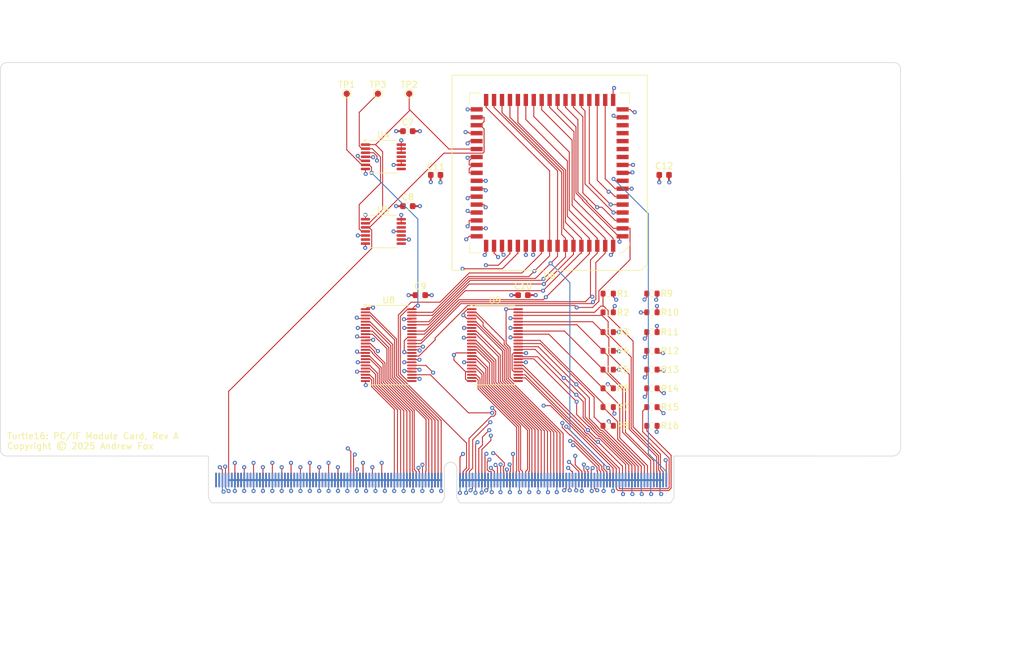
<source format=kicad_pcb>
(kicad_pcb (version 20241229) (generator "pcbnew") (generator_version "9.0")
  (title_block (title "Turtle16: PC/IF Module Card") (date "2025-07-12") (rev "A") (comment 4 "PC/IF stage of the pipeline"))
  (layers (0 "F.Cu" signal) (4 "In1.Cu" power) (6 "In2.Cu" signal) (8 "In3.Cu" power) (10 "In4.Cu" power) (12 "In5.Cu" signal) (14 "In6.Cu" power) (2 "B.Cu" signal) (13 "F.Paste" user) (15 "B.Paste" user) (5 "F.SilkS" user "F.Silkscreen") (7 "B.SilkS" user "B.Silkscreen") (1 "F.Mask" user) (3 "B.Mask" user) (25 "Edge.Cuts" user))
  (net 0 "")
  (net 1 "GND")
  (net 2 "VCC")
  (net 3 "/CardEdgePCIF/Ins_IF9")
  (net 4 "/CardEdgePCIF/PC_EX9")
  (net 5 "/CardEdgePCIF/Y_EX12")
  (net 6 "/CardEdgePCIF/Y_EX4")
  (net 7 "/CardEdgePCIF/Ins_IF0")
  (net 8 "/CardEdgePCIF/PC_EX8")
  (net 9 "/CardEdgePCIF/Y_EX10")
  (net 10 "/CardEdgePCIF/Ins_IF4")
  (net 11 "/CardEdgePCIF/Y_EX1")
  (net 12 "/CardEdgePCIF/PC_EX4")
  (net 13 "/CardEdgePCIF/Y_EX0")
  (net 14 "/IF/sheet5FE3DA15/PC4")
  (net 15 "/CardEdgePCIF/PC_EX14")
  (net 16 "/CardEdgePCIF/Phi1a")
  (net 17 "/CardEdgePCIF/Y_EX14")
  (net 18 "/CardEdgePCIF/Y_EX11")
  (net 19 "/IF/sheet5FE3DA15/PC15")
  (net 20 "/CardEdgePCIF/PC_EX0")
  (net 21 "/CardEdgePCIF/Ins_ID13")
  (net 22 "/CardEdgePCIF/FLUSH_IF")
  (net 23 "/CardEdgePCIF/Ins_IF15")
  (net 24 "/CardEdgePCIF/Ins_ID6")
  (net 25 "/IF/sheet5FE3DA15/PC1")
  (net 26 "/CardEdgePCIF/Ins_IF8")
  (net 27 "/CardEdgePCIF/PC_EX15")
  (net 28 "/CardEdgePCIF/Ins_ID5")
  (net 29 "/CardEdgePCIF/Ins_ID12")
  (net 30 "/CardEdgePCIF/PC_EX6")
  (net 31 "/CardEdgePCIF/Ins_ID2")
  (net 32 "/CardEdgePCIF/PC_EX3")
  (net 33 "/IF/sheet5FE3DA15/PC11")
  (net 34 "/CardEdgePCIF/Ins_ID4")
  (net 35 "/CardEdgePCIF/Y_EX5")
  (net 36 "/CardEdgePCIF/Ins_ID9")
  (net 37 "/CardEdgePCIF/Ins_ID8")
  (net 38 "/CardEdgePCIF/Y_EX9")
  (net 42 "/CardEdgePCIF/Ins_IF14")
  (net 43 "/CardEdgePCIF/Ins_ID1")
  (net 44 "/CardEdgePCIF/~{JABS}")
  (net 45 "/CardEdgePCIF/PC_EX13")
  (net 46 "/IF/sheet5FE3DA15/PC6")
  (net 47 "/CardEdgePCIF/Ins_IF12")
  (net 48 "/CardEdgePCIF/PC_EX12")
  (net 49 "/CardEdgePCIF/Ins_IF2")
  (net 50 "/IF/sheet5FE3DA15/PC3")
  (net 51 "/CardEdgePCIF/Ins_IF13")
  (net 52 "/CardEdgePCIF/PC_EX10")
  (net 53 "/CardEdgePCIF/Ins_IF3")
  (net 54 "/CardEdgePCIF/Ins_ID15")
  (net 55 "/CardEdgePCIF/Ins_ID11")
  (net 56 "/CardEdgePCIF/Ins_IF1")
  (net 57 "/CardEdgePCIF/~{J}")
  (net 58 "/IF/sheet5FE3DA15/PC10")
  (net 59 "/IF/sheet5FE3DA15/PC5")
  (net 60 "/CardEdgePCIF/Ins_ID10")
  (net 61 "/CardEdgePCIF/Ins_ID0")
  (net 62 "/CardEdgePCIF/~{RST_sync}")
  (net 63 "/CardEdgePCIF/Y_EX3")
  (net 64 "/CardEdgePCIF/Ins_ID14")
  (net 65 "/IF/sheet5FE3DA15/PC2")
  (net 66 "/IF/sheet5FE3DA15/PC9")
  (net 67 "/IF/sheet5FE3DA15/PC13")
  (net 68 "/IF/sheet5FE3DA15/PC12")
  (net 70 "/CardEdgePCIF/PC_EX1")
  (net 71 "/CardEdgePCIF/PC_EX7")
  (net 72 "/CardEdgePCIF/Y_EX2")
  (net 73 "/IF/sheet5FE3DA15/PC8")
  (net 74 "/IF/sheet5FE3DA15/PC0")
  (net 75 "/CardEdgePCIF/Y_EX7")
  (net 76 "/CardEdgePCIF/PC_EX11")
  (net 77 "/CardEdgePCIF/Ins_IF11")
  (net 78 "/CardEdgePCIF/Y_EX6")
  (net 79 "/CardEdgePCIF/Ins_ID3")
  (net 80 "/CardEdgePCIF/Y_EX13")
  (net 81 "/CardEdgePCIF/Ins_IF10")
  (net 82 "/CardEdgePCIF/Y_EX15")
  (net 83 "/CardEdgePCIF/Ins_ID7")
  (net 84 "/CardEdgePCIF/Ins_IF6")
  (net 85 "/CardEdgePCIF/PC_EX2")
  (net 86 "/CardEdgePCIF/STALL")
  (net 87 "/CardEdgePCIF/Ins_IF7")
  (net 88 "/CardEdgePCIF/Y_EX8")
  (net 89 "/CardEdgePCIF/PC_EX5")
  (net 90 "/CardEdgePCIF/Ins_IF5")
  (net 91 "/IF/sheet5FE3DA15/PC14")
  (net 92 "/IF/sheet5FE3DA15/PC7")
  (net 93 "Net-(U8-1CLK)")
  (net 94 "Net-(U6-RS1)")
  (net 95 "Net-(TP3-Pad1)")
  (footprint "Capacitor_SMD:C_0603_1608Metric" (layer "F.Cu") (at 148.39 93.25)
    (property "Reference" "C10")
    (property "Value" "0.1uF")
  )
  (footprint "Resistor_SMD:R_0603_1608Metric" (layer "F.Cu") (at 162.015 99.17)
    (property "Reference" "R3")
    (property "Value" "10K")
  )
  (footprint "TestPoint:TestPoint_Pad_D1.0mm" (layer "F.Cu") (at 130.19 61)
    (property "Reference" "TP2")
    (property "Value" "RS1")
  )
  (footprint "Resistor_SMD:R_0603_1608Metric" (layer "F.Cu") (at 162.015 111.17)
    (property "Reference" "R7")
    (property "Value" "10K")
  )
  (footprint "Resistor_SMD:R_0603_1608Metric" (layer "F.Cu") (at 162.015 102.17)
    (property "Reference" "R4")
    (property "Value" "10K")
  )
  (footprint "Resistor_SMD:R_0603_1608Metric" (layer "F.Cu") (at 162.015 114.17)
    (property "Reference" "R8")
    (property "Value" "10K")
  )
  (footprint "Package_SO:TSSOP-48_6.1x12.5mm_P0.5mm" (layer "F.Cu") (at 126.9025 101.25)
    (property "Reference" "U8")
    (property "Value" "74ABT16374")
  )
  (footprint "Capacitor_SMD:C_0603_1608Metric" (layer "F.Cu") (at 134.415 74 180)
    (property "Reference" "C11")
    (property "Value" "0.1uF")
  )
  (footprint "Resistor_SMD:R_0603_1608Metric" (layer "F.Cu") (at 162.015 96)
    (property "Reference" "R2")
    (property "Value" "10K")
  )
  (footprint "Package_SO:TSSOP-14_4.4x5mm_P0.65mm" (layer "F.Cu") (at 126.0525 83.05)
    (property "Reference" "U5")
    (property "Value" "74AHCT04")
  )
  (footprint "Resistor_SMD:R_0603_1608Metric" (layer "F.Cu") (at 162.015 105.17)
    (property "Reference" "R5")
    (property "Value" "10K")
  )
  (footprint "TestPoint:TestPoint_Pad_D1.0mm" (layer "F.Cu") (at 125.19 61)
    (property "Reference" "TP3")
    (property "Value" "TP")
  )
  (footprint "Package_LCC:PLCC-68_SMD-Socket" (layer "F.Cu") (at 152.65 73.6725 180)
    (property "Reference" "U6")
    (property "Value" "IDT7381")
  )
  (footprint "Resistor_SMD:R_0603_1608Metric" (layer "F.Cu") (at 169.015 114.17)
    (property "Reference" "R16")
    (property "Value" "10K")
  )
  (footprint "Capacitor_SMD:C_0603_1608Metric" (layer "F.Cu") (at 129.965 67)
    (property "Reference" "C7")
    (property "Value" "0.1uF")
  )
  (footprint "Package_SO:TSSOP-48_6.1x12.5mm_P0.5mm" (layer "F.Cu") (at 143.9025 101.25)
    (property "Reference" "U9")
    (property "Value" "74ABT16374")
  )
  (footprint "Resistor_SMD:R_0603_1608Metric" (layer "F.Cu") (at 169.015 108.17)
    (property "Reference" "R14")
    (property "Value" "10K")
  )
  (footprint "Resistor_SMD:R_0603_1608Metric" (layer "F.Cu") (at 169.015 96)
    (property "Reference" "R10")
    (property "Value" "10K")
  )
  (footprint "Package_SO:TSSOP-14_4.4x5mm_P0.65mm" (layer "F.Cu") (at 126.0525 71.1)
    (property "Reference" "U4")
    (property "Value" "74ABT32")
  )
  (footprint "Capacitor_SMD:C_0603_1608Metric" (layer "F.Cu") (at 170.965 74)
    (property "Reference" "C12")
    (property "Value" "0.1uF")
  )
  (footprint "Capacitor_SMD:C_0603_1608Metric" (layer "F.Cu") (at 131.965 93.25)
    (property "Reference" "C9")
    (property "Value" "0.1uF")
  )
  (footprint "Capacitor_SMD:C_0603_1608Metric" (layer "F.Cu") (at 129.965 79)
    (property "Reference" "C8")
    (property "Value" "0.1uF")
  )
  (footprint "Turtle16:MEC5-140-01-L-DV-W1-K_Edge" (layer "F.Cu") (at 136.805 121)
    (property "Reference" "J1" (hide yes))
    (property "Value" "MEC5-140-01-L-DV-W1-K")
  )
  (footprint "TestPoint:TestPoint_Pad_D1.0mm" (layer "F.Cu") (at 120.19 61)
    (property "Reference" "TP1")
    (property "Value" "CLK")
  )
  (footprint "Resistor_SMD:R_0603_1608Metric" (layer "F.Cu") (at 162.015 93)
    (property "Reference" "R1")
    (property "Value" "10K")
  )
  (footprint "Resistor_SMD:R_0603_1608Metric" (layer "F.Cu") (at 169.015 93)
    (property "Reference" "R9")
    (property "Value" "10K")
  )
  (footprint "Resistor_SMD:R_0603_1608Metric" (layer "F.Cu") (at 169.015 99.17)
    (property "Reference" "R11")
    (property "Value" "10K")
  )
  (footprint "Resistor_SMD:R_0603_1608Metric" (layer "F.Cu") (at 169.015 105.17)
    (property "Reference" "R13")
    (property "Value" "10K")
  )
  (footprint "Resistor_SMD:R_0603_1608Metric" (layer "F.Cu") (at 169.015 111.17)
    (property "Reference" "R15")
    (property "Value" "10K")
  )
  (footprint "Resistor_SMD:R_0603_1608Metric" (layer "F.Cu") (at 162.015 108.17)
    (property "Reference" "R6")
    (property "Value" "10K")
  )
  (footprint "Resistor_SMD:R_0603_1608Metric" (layer "F.Cu") (at 169.015 102.17)
    (property "Reference" "R12")
    (property "Value" "10K")
  )
  (gr_line (start 64.794 117.99) (end 64.794 57.03) (stroke (width 0.1)) (layer "Edge.Cuts"))
  (gr_arc (start 65.794 118.999328) (mid 65.080297 118.703703) (end 64.784672 117.99) (stroke (width 0.1)) (layer "Edge.Cuts"))
  (gr_line (start 137.78 120.82) (end 137.8 120.9) (stroke (width 0.1)) (layer "Edge.Cuts"))
  (gr_line (start 137.18 120.07) (end 137.36 120.17) (stroke (width 0.1)) (layer "Edge.Cuts"))
  (gr_line (start 98.57 126.5) (end 135.32 126.5) (stroke (width 0.1)) (layer "Edge.Cuts"))
  (gr_line (start 137.64 120.45) (end 137.74 120.64) (stroke (width 0.1)) (layer "Edge.Cuts"))
  (gr_line (start 135.32 126.5) (end 135.8 125.66) (stroke (width 0.1)) (layer "Edge.Cuts"))
  (gr_line (start 207.526062 119.006) (end 172.53 119) (stroke (width 0.1)) (layer "Edge.Cuts"))
  (gr_line (start 137 120.02) (end 137.18 120.07) (stroke (width 0.1)) (layer "Edge.Cuts"))
  (gr_line (start 135.8 121) (end 135.81 120.86) (stroke (width 0.1)) (layer "Edge.Cuts"))
  (gr_arc (start 64.794 57.03) (mid 65.086893 56.322893) (end 65.794 56.03) (stroke (width 0.1)) (layer "Edge.Cuts"))
  (gr_line (start 172.03 126.51) (end 171.62 126.51) (stroke (width 0.1)) (layer "Edge.Cuts"))
  (gr_line (start 98.07 119.01) (end 65.794 118.999328) (stroke (width 0.1)) (layer "Edge.Cuts"))
  (gr_line (start 137.36 120.17) (end 137.52 120.3) (stroke (width 0.1)) (layer "Edge.Cuts"))
  (gr_line (start 98.07 119.01) (end 98.07 125.65) (stroke (width 0.1)) (layer "Edge.Cuts"))
  (gr_line (start 137.8 125.64) (end 137.81 125.67) (stroke (width 0.1)) (layer "Edge.Cuts"))
  (gr_line (start 135.85 120.69) (end 135.93 120.51) (stroke (width 0.1)) (layer "Edge.Cuts"))
  (gr_line (start 98.07 125.65) (end 98.57 126.5) (stroke (width 0.1)) (layer "Edge.Cuts"))
  (gr_line (start 137.74 120.64) (end 137.78 120.82) (stroke (width 0.1)) (layer "Edge.Cuts"))
  (gr_line (start 65.794 56.03) (end 207.78 56.03) (stroke (width 0.1)) (layer "Edge.Cuts"))
  (gr_line (start 136.46 120.05) (end 136.67 120.01) (stroke (width 0.1)) (layer "Edge.Cuts"))
  (gr_arc (start 208.796 117.748499) (mid 208.419657 118.638434) (end 207.526062 119.006) (stroke (width 0.1)) (layer "Edge.Cuts"))
  (gr_line (start 136.67 120.01) (end 136.82 120) (stroke (width 0.1)) (layer "Edge.Cuts"))
  (gr_line (start 138.3 126.51) (end 137.81 125.67) (stroke (width 0.1)) (layer "Edge.Cuts"))
  (gr_line (start 136.82 120) (end 137 120.02) (stroke (width 0.1)) (layer "Edge.Cuts"))
  (gr_line (start 172.53 125.65) (end 172.03 126.51) (stroke (width 0.1)) (layer "Edge.Cuts"))
  (gr_line (start 137.52 120.3) (end 137.64 120.45) (stroke (width 0.1)) (layer "Edge.Cuts"))
  (gr_line (start 135.81 120.86) (end 135.85 120.69) (stroke (width 0.1)) (layer "Edge.Cuts"))
  (gr_line (start 137.8 121) (end 137.8 125.64) (stroke (width 0.1)) (layer "Edge.Cuts"))
  (gr_line (start 136.23 120.18) (end 136.46 120.05) (stroke (width 0.1)) (layer "Edge.Cuts"))
  (gr_line (start 135.8 125.66) (end 135.8 121) (stroke (width 0.1)) (layer "Edge.Cuts"))
  (gr_line (start 171.62 126.51) (end 138.3 126.51) (stroke (width 0.1)) (layer "Edge.Cuts"))
  (gr_arc (start 207.78 56.03) (mid 208.487107 56.322893) (end 208.78 57.03) (stroke (width 0.1)) (layer "Edge.Cuts"))
  (gr_line (start 135.93 120.51) (end 136.05 120.34) (stroke (width 0.1)) (layer "Edge.Cuts"))
  (gr_line (start 136.05 120.34) (end 136.23 120.18) (stroke (width 0.1)) (layer "Edge.Cuts"))
  (gr_line (start 137.8 120.9) (end 137.8 121) (stroke (width 0.1)) (layer "Edge.Cuts"))
  (gr_line (start 172.53 119) (end 172.53 125.65) (stroke (width 0.1)) (layer "Edge.Cuts"))
  (gr_line (start 208.78 57.03) (end 208.796 117.748447) (stroke (width 0.1)) (layer "Edge.Cuts"))
  (gr_text "Turtle16: PC/IF Module Card, Rev A\nCopyright © 2025 Andrew Fox" (at 65.778 118 0) (layer "F.SilkS") (effects (font (size 1 1)) (justify left bottom)))
  (segment (start 162.8648 99.1452) (end 163.7362 99.1452) (width 0.1524) (layer "F.Cu") (net 1))
  (segment (start 162.84 112.0335) (end 162.84 111.17) (width 0.1524) (layer "F.Cu") (net 1))
  (segment (start 123.228 73.837) (end 123.19 73.799) (width 0.1524) (layer "F.Cu") (net 1))
  (segment (start 162.1129 113.4492) (end 162.1192 113.4492) (width 0.1524) (layer "F.Cu") (net 1))
  (segment (start 148.8846 102.5302) (end 147.6452 102.5302) (width 0.1524) (layer "F.Cu") (net 1))
  (segment (start 147.615 102.5) (end 146.9398 102.5) (width 0.1524) (layer "F.Cu") (net 1))
  (segment (start 146.9398 102.5) (end 146.6452 102.7946) (width 0.1524) (layer "F.Cu") (net 1))
  (segment (start 121.8479 99.8663) (end 121.9816 100) (width 0.1524) (layer "F.Cu") (net 1))
  (segment (start 115.8 120.81) (end 115.79 120.8) (width 0.1524) (layer "F.Cu") (net 1))
  (segment (start 122.0566 102.5) (end 123.19 102.5) (width 0.1524) (layer "F.Cu") (net 1))
  (segment (start 164.3225 63.5125) (end 165.5137 63.5125) (width 0.1524) (layer "F.Cu") (net 1))
  (segment (start 133.64 74) (end 133.64 75.15) (width 0.3048) (layer "F.Cu") (net 1))
  (segment (start 121.9816 100) (end 123.19 100) (width 0.1524) (layer "F.Cu") (net 1))
  (segment (start 138.31 122.86) (end 138.31 119.155) (width 0.1524) (layer "F.Cu") (net 1))
  (segment (start 139.6211 67.1573) (end 139.7863 67.3225) (width 0.1524) (layer "F.Cu") (net 1))
  (segment (start 169.7669 115.1401) (end 169.84 115.067) (width 0.1524) (layer "F.Cu") (net 1))
  (segment (start 169.84 98.2205) (end 169.84 99.17) (width 0.1524) (layer "F.Cu") (net 1))
  (segment (start 162.84 99.17) (end 162.8648 99.1452) (width 0.1524) (layer "F.Cu") (net 1))
  (segment (start 117.29 120.11) (end 117.28 120.1) (width 0.1524) (layer "F.Cu") (net 1))
  (segment (start 171.74 75.15) (end 171.79 75.2) (width 0.3048) (layer "F.Cu") (net 1))
  (segment (start 163.7362 105.1832) (end 162.8532 105.1832) (width 0.1524) (layer "F.Cu") (net 1))
  (segment (start 161.9581 107.498) (end 162.168 107.498) (width 0.1524) (layer "F.Cu") (net 1))
  (segment (start 146.81 118.695) (end 146.79 118.675) (width 0.1524) (layer "F.Cu") (net 1))
  (segment (start 146.6452 105.2094) (end 146.9358 105.5) (width 0.1524) (layer "F.Cu") (net 1))
  (segment (start 169.814 95.0031) (end 169.84 95.0291) (width 0.1524) (layer "F.Cu") (net 1))
  (segment (start 123.2416 107.6569) (end 123.19 107.6053) (width 0.1524) (layer "F.Cu") (net 1))
  (segment (start 164.322 72.4025) (end 164.3225 72.4025) (width 0.1524) (layer "F.Cu") (net 1))
  (segment (start 137.6721 102.5) (end 137.3397 102.8324) (width 0.1524) (layer "F.Cu") (net 1))
  (segment (start 139.2063 67.1573) (end 139.6211 67.1573) (width 0.1524) (layer "F.Cu") (net 1))
  (segment (start 125.79 122.85) (end 125.79 120.11) (width 0.1524) (layer "F.Cu") (net 1))
  (segment (start 150.415 93.25) (end 149.315 93.25) (width 0.3048) (layer "F.Cu") (net 1))
  (segment (start 123.1488 85.6831) (end 123.19 85.6419) (width 0.1524) (layer "F.Cu") (net 1))
  (segment (start 170.6096 108.9396) (end 169.84 108.17) (width 0.1524) (layer "F.Cu") (net 1))
  (segment (start 130.615 100) (end 129.9418 100) (width 0.1524) (layer "F.Cu") (net 1))
  (segment (start 121.8479 102.2913) (end 122.0566 102.5) (width 0.1524) (layer "F.Cu") (net 1))
  (segment (start 139.5225 95.5) (end 140.19 95.5) (width 0.1524) (layer "F.Cu") (net 1))
  (segment (start 139.1878 105.5) (end 140.19 105.5) (width 0.1524) (layer "F.Cu") (net 1))
  (segment (start 170.9181 108.9396) (end 170.6096 108.9396) (width 0.1524) (layer "F.Cu") (net 1))
  (segment (start 165.9875 72.4025) (end 165.99 72.4) (width 0.1524) (layer "F.Cu") (net 1))
  (segment (start 127.31 122.86) (end 122.31 122.86) (width 0.3048) (layer "F.Cu") (net 1))
  (segment (start 122.8 122.85) (end 122.8 120.11) (width 0.1524) (layer "F.Cu") (net 1))
  (segment (start 140.1264 100.0636) (end 140.19 100) (width 0.1524) (layer "F.Cu") (net 1))
  (segment (start 147.6452 102.5302) (end 147.615 102.5) (width 0.1524) (layer "F.Cu") (net 1))
  (segment (start 106.79 122.85) (end 106.79 120.81) (width 0.1524) (layer "F.Cu") (net 1))
  (segment (start 130.615 102.5) (end 129.5369 102.5) (width 0.1524) (layer "F.Cu") (net 1))
  (segment (start 146.4112 100) (end 146.3973 100.0139) (width 0.1524) (layer "F.Cu") (net 1))
  (segment (start 123.19 73.799) (end 123.19 73.05) (width 0.1524) (layer "F.Cu") (net 1))
  (segment (start 106.79 120.81) (end 106.78 120.8) (width 0.1524) (layer "F.Cu") (net 1))
  (segment (start 114.3 122.85) (end 114.3 120.11) (width 0.1524) (layer "F.Cu") (net 1))
  (segment (start 163.0624 95.0031) (end 162.84 95.2255) (width 0.1524) (layer "F.Cu") (net 1))
  (segment (start 111.29 120.11) (end 111.28 120.1) (width 0.1524) (layer "F.Cu") (net 1))
  (segment (start 140.9775 67.3225) (end 139.7863 67.3225) (width 0.1524) (layer "F.Cu") (net 1))
  (segment (start 117.29 122.85) (end 117.29 120.11) (width 0.1524) (layer "F.Cu") (net 1))
  (segment (start 162.81 60.2411) (end 162.81 62) (width 0.1524) (layer "F.Cu") (net 1))
  (segment (start 129.3994 100.5424) (end 129.3994 102.3625) (width 0.1524) (layer "F.Cu") (net 1))
  (segment (start 138.8481 96.1744) (end 139.5225 95.5) (width 0.1524) (layer "F.Cu") (net 1))
  (segment (start 169.84 115.067) (end 169.84 114.17) (width 0.1524) (layer "F.Cu") (net 1))
  (segment (start 147.615 100) (end 146.4112 100) (width 0.1524) (layer "F.Cu") (net 1))
  (segment (start 122.8 120.11) (end 122.79 120.1) (width 0.1524) (layer "F.Cu") (net 1))
  (segment (start 139.1878 106.6784) (end 139.5094 107) (width 0.1524) (layer "F.Cu") (net 1))
  (segment (start 140.19 97) (end 139.4008 97) (width 0.1524) (layer "F.Cu") (net 1))
  (segment (start 170.8858 105.3334) (end 170.0034 105.3334) (width 0.1524) (layer "F.Cu") (net 1))
  (segment (start 108.3 120.11) (end 108.29 120.1) (width 0.1524) (layer "F.Cu") (net 1))
  (segment (start 137.3397 103.6519) (end 139.1878 105.5) (width 0.1524) (layer "F.Cu") (net 1))
  (segment (start 103.8 120.81) (end 103.79 120.8) (width 0.1524) (layer "F.Cu") (net 1))
  (segment (start 122.31 122.86) (end 122.3 122.85) (width 0.3048) (layer "F.Cu") (net 1))
  (segment (start 130.5029 97.1121) (end 130.615 97) (width 0.1524) (layer "F.Cu") (net 1))
  (segment (start 124.3 122.85) (end 124.3 120.81) (width 0.1524) (layer "F.Cu") (net 1))
  (segment (start 124.3 120.81) (end 124.29 120.8) (width 0.1524) (layer "F.Cu") (net 1))
  (segment (start 166.2615 63.9604) (end 165.9616 63.9604) (width 0.1524) (layer "F.Cu") (net 1))
  (segment (start 105.29 120.11) (end 105.28 120.1) (width 0.1524) (layer "F.Cu") (net 1))
  (segment (start 162.9618 60.0893) (end 162.81 60.2411) (width 0.1524) (layer "F.Cu") (net 1))
  (segment (start 123.19 107.6053) (end 123.19 107) (width 0.1524) (layer "F.Cu") (net 1))
  (segment (start 129.3994 105.4003) (end 130.5153 105.4003) (width 0.1524) (layer "F.Cu") (net 1))
  (segment (start 123.29 122.86) (end 123.3 122.85) (width 0.1524) (layer "F.Cu") (net 1))
  (segment (start 115.8 122.85) (end 115.8 120.81) (width 0.1524) (layer "F.Cu") (net 1))
  (segment (start 162.84 93.5237) (end 162.84 93) (width 0.1524) (layer "F.Cu") (net 1))
  (segment (start 125.79 120.11) (end 125.78 120.1) (width 0.1524) (layer "F.Cu") (net 1))
  (segment (start 137.3397 102.8324) (end 137.3397 103.6519) (width 0.1524) (layer "F.Cu") (net 1))
  (segment (start 102.3 122.85) (end 102.3 120.11) (width 0.1524) (layer "F.Cu") (net 1))
  (segment (start 162.84 95.2255) (end 162.84 96) (width 0.1524) (layer "F.Cu") (net 1))
  (segment (start 108.3 122.85) (end 108.3 120.11) (width 0.1524) (layer "F.Cu") (net 1))
  (segment (start 146.9358 105.5) (end 147.615 105.5) (width 0.1524) (layer "F.Cu") (net 1))
  (segment (start 121.8081 96.8495) (end 121.9586 97) (width 0.1524) (layer "F.Cu") (net 1))
  (segment (start 139.4008 97) (end 138.8481 96.4473) (width 0.1524) (layer "F.Cu") (net 1))
  (segment (start 103.8 122.85) (end 103.8 120.81) (width 0.1524) (layer "F.Cu") (net 1))
  (segment (start 164.3225 72.4025) (end 165.9875 72.4025) (width 0.1524) (layer "F.Cu") (net 1))
  (segment (start 146.81 122.86) (end 146.81 118.695) (width 0.1524) (layer "F.Cu") (net 1))
  (segment (start 114.3 120.11) (end 114.29 120.1) (width 0.1524) (layer "F.Cu") (net 1))
  (segment (start 170.184 102.514) (end 169.84 102.17) (width 0.1524) (layer "F.Cu") (net 1))
  (segment (start 170.7927 102.514) (end 170.184 102.514) (width 0.1524) (layer "F.Cu") (net 1))
  (segment (start 109.8 120.81) (end 109.79 120.8) (width 0.1524) (layer "F.Cu") (net 1))
  (segment (start 123.1887 105.4987) (end 123.19 105.5) (width 0.1524) (layer "F.Cu") (net 1))
  (segment (start 162.168 107.498) (end 162.84 108.17) (width 0.1524) (layer "F.Cu") (net 1))
  (segment (start 130.74 79) (end 131.89 79) (width 0.3048) (layer "F.Cu") (net 1))
  (segment (start 112.79 120.81) (end 112.78 120.8) (width 0.1524) (layer "F.Cu") (net 1))
  (segment (start 119.8 122.85) (end 120.3 122.85) (width 0.3048) (layer "F.Cu") (net 1))
  (segment (start 133.59 75.2) (end 133.64 75.15) (width 0.3048) (layer "F.Cu") (net 1))
  (segment (start 138.9249 100.0636) (end 140.1264 100.0636) (width 0.1524) (layer "F.Cu") (net 1))
  (segment (start 162.8532 105.1832) (end 162.84 105.17) (width 0.1524) (layer "F.Cu") (net 1))
  (segment (start 123.4491 95.2409) (end 123.19 95.5) (width 0.1524) (layer "F.Cu") (net 1))
  (segment (start 124.4062 95.2409) (end 123.4491 95.2409) (width 0.1524) (layer "F.Cu") (net 1))
  (segment (start 129.9418 100) (end 129.3994 100.5424) (width 0.1524) (layer "F.Cu") (net 1))
  (segment (start 147.615 97) (end 147.5557 96.9407) (width 0.1524) (layer "F.Cu") (net 1))
  (segment (start 169.84 93.8284) (end 169.84 93) (width 0.1524) (layer "F.Cu") (net 1))
  (segment (start 169.84 95.0291) (end 169.84 96) (width 0.1524) (layer "F.Cu") (net 1))
  (segment (start 102.3 120.11) (end 102.29 120.1) (width 0.1524) (layer "F.Cu") (net 1))
  (segment (start 162.84 102.17) (end 163.6569 102.17) (width 0.1524) (layer "F.Cu") (net 1))
  (segment (start 146.6452 102.7946) (end 146.6452 105.2094) (width 0.1524) (layer "F.Cu") (net 1))
  (segment (start 129.3434 97.1121) (end 130.5029 97.1121) (width 0.1524) (layer "F.Cu") (net 1))
  (segment (start 112.79 122.85) (end 112.79 120.81) (width 0.1524) (layer "F.Cu") (net 1))
  (segment (start 121.8479 105.4987) (end 123.1887 105.4987) (width 0.1524) (layer "F.Cu") (net 1))
  (segment (start 162.1192 113.4492) (end 162.84 114.17) (width 0.1524) (layer "F.Cu") (net 1))
  (segment (start 147.5557 96.9407) (end 146.387 96.9407) (width 0.1524) (layer "F.Cu") (net 1))
  (segment (start 170.8564 112.1524) (end 170.8224 112.1524) (width 0.1524) (layer "F.Cu") (net 1))
  (segment (start 169.6895 93.9789) (end 169.84 93.8284) (width 0.1524) (layer "F.Cu") (net 1))
  (segment (start 139.1878 105.5) (end 139.1878 106.6784) (width 0.1524) (layer "F.Cu") (net 1))
  (segment (start 129.5369 102.5) (end 129.3994 102.3625) (width 0.1524) (layer "F.Cu") (net 1))
  (segment (start 169.814 98.1945) (end 169.84 98.2205) (width 0.1524) (layer "F.Cu") (net 1))
  (segment (start 105.29 122.85) (end 105.29 120.11) (width 0.1524) (layer "F.Cu") (net 1))
  (segment (start 165.9616 63.9604) (end 165.5137 63.5125) (width 0.1524) (layer "F.Cu") (net 1))
  (segment (start 118.79 122.85) (end 118.79 120.81) (width 0.1524) (layer "F.Cu") (net 1))
  (segment (start 170.0034 105.3334) (end 169.84 105.17) (width 0.1524) (layer "F.Cu") (net 1))
  (segment (start 133.79 93.25) (end 132.74 93.25) (width 0.3048) (layer "F.Cu") (net 1))
  (segment (start 111.29 122.85) (end 111.29 120.11) (width 0.1524) (layer "F.Cu") (net 1))
  (segment (start 163.0148 112.2083) (end 162.84 112.0335) (width 0.1524) (layer "F.Cu") (net 1))
  (segment (start 140.19 102.5) (end 137.6721 102.5) (width 0.1524) (layer "F.Cu") (net 1))
  (segment (start 123.19 85.6419) (end 123.19 85) (width 0.1524) (layer "F.Cu") (net 1))
  (segment (start 130.74 67) (end 131.89 67) (width 0.3048) (layer "F.Cu") (net 1))
  (segment (start 130.5153 105.4003) (end 130.615 105.5) (width 0.1524) (layer "F.Cu") (net 1))
  (segment (start 121.9586 97) (end 123.19 97) (width 0.1524) (layer "F.Cu") (net 1))
  (segment (start 163.2952 93.9789) (end 162.84 93.5237) (width 0.1524) (layer "F.Cu") (net 1))
  (segment (start 139.5094 107) (end 140.19 107) (width 0.1524) (layer "F.Cu") (net 1))
  (segment (start 138.8481 96.4473) (end 138.8481 96.1744) (width 0.1524) (layer "F.Cu") (net 1))
  (segment (start 149.315 93.25) (end 149.165 93.25) (width 0.1524) (layer "F.Cu") (net 1))
  (segment (start 138.31 119.155) (end 138.79 118.675) (width 0.1524) (layer "F.Cu") (net 1))
  (segment (start 170.8224 112.1524) (end 169.84 111.17) (width 0.1524) (layer "F.Cu") (net 1))
  (segment (start 118.79 120.81) (end 118.78 120.8) (width 0.1524) (layer "F.Cu") (net 1))
  (segment (start 163.6569 102.17) (end 163.7424 102.2555) (width 0.1524) (layer "F.Cu") (net 1))
  (segment (start 119.8 122.85) (end 101.8 122.85) (width 0.3048) (layer "F.Cu") (net 1))
  (segment (start 171.74 74) (end 171.74 75.15) (width 0.3048) (layer "F.Cu") (net 1))
  (segment (start 109.8 122.85) (end 109.8 120.81) (width 0.1524) (layer "F.Cu") (net 1))
  (via (at 131.89 67) (size 0.65) (drill 0.3) (layers "F.Cu" "B.Cu") (net 1))
  (via (at 140.79 124.9) (size 0.65) (drill 0.3) (layers "F.Cu" "B.Cu") (net 1))
  (via (at 125.78 120.1) (size 0.65) (drill 0.3) (layers "F.Cu" "B.Cu") (net 1))
  (via (at 163.7362 99.1452) (size 0.65) (drill 0.3) (layers "F.Cu" "B.Cu") (net 1))
  (via (at 123.228 73.837) (size 0.65) (drill 0.3) (layers "F.Cu" "B.Cu") (net 1))
  (via (at 124.79 124.6) (size 0.65) (drill 0.3) (layers "F.Cu" "B.Cu") (net 1))
  (via (at 115.79 124.6) (size 0.65) (drill 0.3) (layers "F.Cu" "B.Cu") (net 1))
  (via (at 166.2615 63.9604) (size 0.65) (drill 0.3) (layers "F.Cu" "B.Cu") (net 1))
  (via (at 129.3994 105.4003) (size 0.65) (drill 0.3) (layers "F.Cu" "B.Cu") (net 1))
  (via (at 109.79 124.6) (size 0.65) (drill 0.3) (layers "F.Cu" "B.Cu") (net 1))
  (via (at 102.29 124.6) (size 0.65) (drill 0.3) (layers "F.Cu" "B.Cu") (net 1))
  (via (at 171.79 75.2) (size 0.65) (drill 0.3) (layers "F.Cu" "B.Cu") (net 1))
  (via (at 146.79 118.675) (size 0.65) (drill 0.3) (layers "F.Cu" "B.Cu") (net 1))
  (via (at 150.89 124.8) (size 0.65) (drill 0.3) (layers "F.Cu" "B.Cu") (net 1))
  (via (at 167.39 125.0972) (size 0.65) (drill 0.3) (layers "F.Cu" "B.Cu") (net 1))
  (via (at 117.29 124.6) (size 0.65) (drill 0.3) (layers "F.Cu" "B.Cu") (net 1))
  (via (at 152.39 124.8) (size 0.65) (drill 0.3) (layers "F.Cu" "B.Cu") (net 1))
  (via (at 102.29 120.1) (size 0.65) (drill 0.3) (layers "F.Cu" "B.Cu") (net 1))
  (via (at 163.0148 112.2083) (size 0.65) (drill 0.3) (layers "F.Cu" "B.Cu") (net 1))
  (via (at 138.29 124.9) (size 0.65) (drill 0.3) (layers "F.Cu" "B.Cu") (net 1))
  (via (at 165.99 72.4) (size 0.65) (drill 0.3) (layers "F.Cu" "B.Cu") (net 1))
  (via (at 157.79 124.6) (size 0.65) (drill 0.3) (layers "F.Cu" "B.Cu") (net 1))
  (via (at 161.9581 107.498) (size 0.65) (drill 0.3) (layers "F.Cu" "B.Cu") (net 1))
  (via (at 138.9249 100.0636) (size 0.65) (drill 0.3) (layers "F.Cu" "B.Cu") (net 1))
  (via (at 163.7362 105.1832) (size 0.65) (drill 0.3) (layers "F.Cu" "B.Cu") (net 1))
  (via (at 133.79 93.25) (size 0.65) (drill 0.3) (layers "F.Cu" "B.Cu") (net 1))
  (via (at 148.8846 102.5302) (size 0.65) (drill 0.3) (layers "F.Cu" "B.Cu") (net 1))
  (via (at 162.1129 113.4492) (size 0.65) (drill 0.3) (layers "F.Cu" "B.Cu") (net 1))
  (via (at 139.2063 67.1573) (size 0.65) (drill 0.3) (layers "F.Cu" "B.Cu") (net 1))
  (via (at 143.39 124.8) (size 0.65) (drill 0.3) (layers "F.Cu" "B.Cu") (net 1))
  (via (at 111.29 124.6) (size 0.65) (drill 0.3) (layers "F.Cu" "B.Cu") (net 1))
  (via (at 131.89 79) (size 0.65) (drill 0.3) (layers "F.Cu" "B.Cu") (net 1))
  (via (at 129.3434 97.1121) (size 0.65) (drill 0.3) (layers "F.Cu" "B.Cu") (net 1))
  (via (at 170.9181 108.9396) (size 0.65) (drill 0.3) (layers "F.Cu" "B.Cu") (net 1))
  (via (at 141.781833 124.854581) (size 0.65) (drill 0.3) (layers "F.Cu" "B.Cu") (net 1))
  (via (at 123.29 124.6) (size 0.65) (drill 0.3) (layers "F.Cu" "B.Cu") (net 1))
  (via (at 121.8479 102.2913) (size 0.65) (drill 0.3) (layers "F.Cu" "B.Cu") (net 1))
  (via (at 118.78 120.8) (size 0.65) (drill 0.3) (layers "F.Cu" "B.Cu") (net 1))
  (via (at 170.7927 102.514) (size 0.65) (drill 0.3) (layers "F.Cu" "B.Cu") (net 1))
  (via (at 115.79 120.8) (size 0.65) (drill 0.3) (layers "F.Cu" "B.Cu") (net 1))
  (via (at 147.89 124.8) (size 0.65) (drill 0.3) (layers "F.Cu" "B.Cu") (net 1))
  (via (at 139.29 124.9) (size 0.65) (drill 0.3) (layers "F.Cu" "B.Cu") (net 1))
  (via (at 135.29 124.6) (size 0.65) (drill 0.3) (layers "F.Cu" "B.Cu") (net 1))
  (via (at 121.8479 99.8663) (size 0.65) (drill 0.3) (layers "F.Cu" "B.Cu") (net 1))
  (via (at 138.8481 96.4473) (size 0.65) (drill 0.3) (layers "F.Cu" "B.Cu") (net 1))
  (via (at 169.814 98.1945) (size 0.65) (drill 0.3) (layers "F.Cu" "B.Cu") (net 1))
  (via (at 126.29 124.6) (size 0.65) (drill 0.3) (layers "F.Cu" "B.Cu") (net 1))
  (via (at 138.79 118.675) (size 0.65) (drill 0.3) (layers "F.Cu" "B.Cu") (net 1))
  (via (at 124.4062 95.2409) (size 0.65) (drill 0.3) (layers "F.Cu" "B.Cu") (net 1))
  (via (at 169.7669 115.1401) (size 0.65) (drill 0.3) (layers "F.Cu" "B.Cu") (net 1))
  (via (at 149.39 124.8) (size 0.65) (drill 0.3) (layers "F.Cu" "B.Cu") (net 1))
  (via (at 121.8479 105.4987) (size 0.65) (drill 0.3) (layers "F.Cu" "B.Cu") (net 1))
  (via (at 112.78 120.8) (size 0.65) (drill 0.3) (layers "F.Cu" "B.Cu") (net 1))
  (via (at 117.28 120.1) (size 0.65) (drill 0.3) (layers "F.Cu" "B.Cu") (net 1))
  (via (at 120.29 124.6) (size 0.65) (drill 0.3) (layers "F.Cu" "B.Cu") (net 1))
  (via (at 150.415 93.25) (size 0.65) (drill 0.3) (layers "F.Cu" "B.Cu") (net 1))
  (via (at 146.387 96.9407) (size 0.65) (drill 0.3) (layers "F.Cu" "B.Cu") (net 1))
  (via (at 165.89 125.0972) (size 0.65) (drill 0.3) (layers "F.Cu" "B.Cu") (net 1))
  (via (at 146.3973 100.0139) (size 0.65) (drill 0.3) (layers "F.Cu" "B.Cu") (net 1))
  (via (at 106.79 124.6) (size 0.65) (drill 0.3) (layers "F.Cu" "B.Cu") (net 1))
  (via (at 109.79 120.8) (size 0.65) (drill 0.3) (layers "F.Cu" "B.Cu") (net 1))
  (via (at 106.78 120.8) (size 0.65) (drill 0.3) (layers "F.Cu" "B.Cu") (net 1))
  (via (at 159.39 124.6) (size 0.65) (drill 0.3) (layers "F.Cu" "B.Cu") (net 1))
  (via (at 112.79 124.6) (size 0.65) (drill 0.3) (layers "F.Cu" "B.Cu") (net 1))
  (via (at 164.39 125.0972) (size 0.65) (drill 0.3) (layers "F.Cu" "B.Cu") (net 1))
  (via (at 130.79 124.6) (size 0.65) (drill 0.3) (layers "F.Cu" "B.Cu") (net 1))
  (via (at 169.6895 93.9789) (size 0.65) (drill 0.3) (layers "F.Cu" "B.Cu") (net 1))
  (via (at 168.89 125.0972) (size 0.65) (drill 0.3) (layers "F.Cu" "B.Cu") (net 1))
  (via (at 127.79 124.6) (size 0.65) (drill 0.3) (layers "F.Cu" "B.Cu") (net 1))
  (via (at 124.29 120.8) (size 0.65) (drill 0.3) (layers "F.Cu" "B.Cu") (net 1))
  (via (at 132.29 124.6) (size 0.65) (drill 0.3) (layers "F.Cu" "B.Cu") (net 1))
  (via (at 170.49 125.0972) (size 0.65) (drill 0.3) (layers "F.Cu" "B.Cu") (net 1))
  (via (at 129.3994 102.3625) (size 0.65) (drill 0.3) (layers "F.Cu" "B.Cu") (net 1))
  (via (at 122.79 120.1) (size 0.65) (drill 0.3) (layers "F.Cu" "B.Cu") (net 1))
  (via (at 121.79 124.6) (size 0.65) (drill 0.3) (layers "F.Cu" "B.Cu") (net 1))
  (via (at 123.2416 107.6569) (size 0.65) (drill 0.3) (layers "F.Cu" "B.Cu") (net 1))
  (via (at 111.28 120.1) (size 0.65) (drill 0.3) (layers "F.Cu" "B.Cu") (net 1))
  (via (at 161.29 124.6) (size 0.65) (drill 0.3) (layers "F.Cu" "B.Cu") (net 1))
  (via (at 114.29 124.6) (size 0.65) (drill 0.3) (layers "F.Cu" "B.Cu") (net 1))
  (via (at 162.79 124.6) (size 0.65) (drill 0.3) (layers "F.Cu" "B.Cu") (net 1))
  (via (at 103.79 124.6) (size 0.65) (drill 0.3) (layers "F.Cu" "B.Cu") (net 1))
  (via (at 163.0624 95.0031) (size 0.65) (drill 0.3) (layers "F.Cu" "B.Cu") (net 1))
  (via (at 114.29 120.1) (size 0.65) (drill 0.3) (layers "F.Cu" "B.Cu") (net 1))
  (via (at 170.8858 105.3334) (size 0.65) (drill 0.3) (layers "F.Cu" "B.Cu") (net 1))
  (via (at 170.8564 112.1524) (size 0.65) (drill 0.3) (layers "F.Cu" "B.Cu") (net 1))
  (via (at 118.79 124.6) (size 0.65) (drill 0.3) (layers "F.Cu" "B.Cu") (net 1))
  (via (at 129.29 124.6) (size 0.65) (drill 0.3) (layers "F.Cu" "B.Cu") (net 1))
  (via (at 105.29 124.6) (size 0.65) (drill 0.3) (layers "F.Cu" "B.Cu") (net 1))
  (via (at 163.7424 102.2555) (size 0.65) (drill 0.3) (layers "F.Cu" "B.Cu") (net 1))
  (via (at 133.64 75.15) (size 0.65) (drill 0.3) (layers "F.Cu" "B.Cu") (net 1))
  (via (at 108.29 124.6) (size 0.65) (drill 0.3) (layers "F.Cu" "B.Cu") (net 1))
  (via (at 108.29 120.1) (size 0.65) (drill 0.3) (layers "F.Cu" "B.Cu") (net 1))
  (via (at 103.79 120.8) (size 0.65) (drill 0.3) (layers "F.Cu" "B.Cu") (net 1))
  (via (at 121.8081 96.8495) (size 0.65) (drill 0.3) (layers "F.Cu" "B.Cu") (net 1))
  (via (at 162.9618 60.0893) (size 0.65) (drill 0.3) (layers "F.Cu" "B.Cu") (net 1))
  (via (at 137.3397 102.8324) (size 0.65) (drill 0.3) (layers "F.Cu" "B.Cu") (net 1))
  (via (at 144.79 124.8) (size 0.65) (drill 0.3) (layers "F.Cu" "B.Cu") (net 1))
  (via (at 163.2952 93.9789) (size 0.65) (drill 0.3) (layers "F.Cu" "B.Cu") (net 1))
  (via (at 146.29 124.8) (size 0.65) (drill 0.3) (layers "F.Cu" "B.Cu") (net 1))
  (via (at 123.1488 85.6831) (size 0.65) (drill 0.3) (layers "F.Cu" "B.Cu") (net 1))
  (via (at 105.28 120.1) (size 0.65) (drill 0.3) (layers "F.Cu" "B.Cu") (net 1))
  (via (at 133.79 124.6) (size 0.65) (drill 0.3) (layers "F.Cu" "B.Cu") (net 1))
  (via (at 169.814 95.0031) (size 0.65) (drill 0.3) (layers "F.Cu" "B.Cu") (net 1))
  (via (at 153.79 124.8) (size 0.65) (drill 0.3) (layers "F.Cu" "B.Cu") (net 1))
  (segment (start 153.81 124.78) (end 153.79 124.8) (width 0.1524) (layer "B.Cu") (net 1))
  (segment (start 135.31 122.86) (end 101.31 122.86) (width 0.3048) (layer "B.Cu") (net 1))
  (segment (start 126.3 122.85) (end 126.3 124.59) (width 0.1524) (layer "B.Cu") (net 1))
  (segment (start 127.3 122.85) (end 127.31 122.86) (width 0.3048) (layer "B.Cu") (net 1))
  (segment (start 111.3 122.85) (end 111.3 124.59) (width 0.1524) (layer "B.Cu") (net 1))
  (segment (start 149.31 124.72) (end 149.39 124.8) (width 0.1524) (layer "B.Cu") (net 1))
  (segment (start 162.81 124.58) (end 162.79 124.6) (width 0.1524) (layer "B.Cu") (net 1))
  (segment (start 144.81 122.86) (end 144.81 124.78) (width 0.1524) (layer "B.Cu") (net 1))
  (segment (start 120.3 122.85) (end 120.3 124.59) (width 0.1524) (layer "B.Cu") (net 1))
  (segment (start 106.8 122.85) (end 106.8 124.59) (width 0.1524) (layer "B.Cu") (net 1))
  (segment (start 165.81 125.0172) (end 165.89 125.0972) (width 0.1524) (layer "B.Cu") (net 1))
  (segment (start 102.3 122.85) (end 102.3 124.59) (width 0.1524) (layer "B.Cu") (net 1))
  (segment (start 127.8 124.59) (end 127.79 124.6) (width 0.1524) (layer "B.Cu") (net 1))
  (segment (start 123.3 122.85) (end 123.3 124.59) (width 0.1524) (layer "B.Cu") (net 1))
  (segment (start 147.81 124.72) (end 147.89 124.8) (width 0.1524) (layer "B.Cu") (net 1))
  (segment (start 159.31 122.86) (end 159.31 124.52) (width 0.1524) (layer "B.Cu") (net 1))
  (segment (start 121.8 124.59) (end 121.79 124.6) (width 0.1524) (layer "B.Cu") (net 1))
  (segment (start 159.31 124.52) (end 159.39 124.6) (width 0.1524) (layer "B.Cu") (net 1))
  (segment (start 140.81 122.86) (end 140.81 124.88) (width 0.1524) (layer "B.Cu") (net 1))
  (segment (start 122.59 122.85) (end 127.3 122.85) (width 0.3048) (layer "B.Cu") (net 1))
  (segment (start 138.31 124.88) (end 138.29 124.9) (width 0.1524) (layer "B.Cu") (net 1))
  (segment (start 146.31 122.86) (end 146.31 124.78) (width 0.1524) (layer "B.Cu") (net 1))
  (segment (start 133.8 122.85) (end 133.8 124.59) (width 0.1524) (layer "B.Cu") (net 1))
  (segment (start 146.31 124.78) (end 146.29 124.8) (width 0.1524) (layer "B.Cu") (net 1))
  (segment (start 118.8 124.59) (end 118.79 124.6) (width 0.1524) (layer "B.Cu") (net 1))
  (segment (start 153.81 122.86) (end 153.81 124.78) (width 0.1524) (layer "B.Cu") (net 1))
  (segment (start 167.31 125.0172) (end 167.39 125.0972) (width 0.1524) (layer "B.Cu") (net 1))
  (segment (start 105.3 124.59) (end 105.29 124.6) (width 0.1524) (layer "B.Cu") (net 1))
  (segment (start 108.3 124.59) (end 108.29 124.6) (width 0.1524) (layer "B.Cu") (net 1))
  (segment (start 130.8 122.85) (end 130.8 124.59) (width 0.1524) (layer "B.Cu") (net 1))
  (segment (start 102.3 124.59) (end 102.29 124.6) (width 0.1524) (layer "B.Cu") (net 1))
  (segment (start 161.31 124.58) (end 161.29 124.6) (width 0.1524) (layer "B.Cu") (net 1))
  (segment (start 135.3 122.85) (end 135.3 124.59) (width 0.1524) (layer "B.Cu") (net 1))
  (segment (start 127.8 122.85) (end 127.8 124.59) (width 0.1524) (layer "B.Cu") (net 1))
  (segment (start 101.31 122.86) (end 101.3 122.85) (width 0.3048) (layer "B.Cu") (net 1))
  (segment (start 141.81 124.826414) (end 141.781833 124.854581) (width 0.1524) (layer "B.Cu") (net 1))
  (segment (start 105.3 122.85) (end 105.3 124.59) (width 0.1524) (layer "B.Cu") (net 1))
  (segment (start 103.8 122.85) (end 103.8 124.59) (width 0.1524) (layer "B.Cu") (net 1))
  (segment (start 117.3 124.59) (end 117.29 124.6) (width 0.1524) (layer "B.Cu") (net 1))
  (segment (start 106.8 124.59) (end 106.79 124.6) (width 0.1524) (layer "B.Cu") (net 1))
  (segment (start 124.8 122.85) (end 124.8 124.59) (width 0.1524) (layer "B.Cu") (net 1))
  (segment (start 147.81 122.86) (end 147.81 124.72) (width 0.1524) (layer "B.Cu") (net 1))
  (segment (start 126.3 124.59) (end 126.29 124.6) (width 0.1524) (layer "B.Cu") (net 1))
  (segment (start 143.31 122.86) (end 143.31 124.72) (width 0.1524) (layer "B.Cu") (net 1))
  (segment (start 167.31 122.86) (end 167.31 125.0172) (width 0.1524) (layer "B.Cu") (net 1))
  (segment (start 141.81 122.86) (end 141.81 124.826414) (width 0.1524) (layer "B.Cu") (net 1))
  (segment (start 114.3 124.59) (end 114.29 124.6) (width 0.1524) (layer "B.Cu") (net 1))
  (segment (start 138.31 122.86) (end 138.31 124.88) (width 0.1524) (layer "B.Cu") (net 1))
  (segment (start 109.8 124.59) (end 109.79 124.6) (width 0.1524) (layer "B.Cu") (net 1))
  (segment (start 143.31 124.72) (end 143.39 124.8) (width 0.1524) (layer "B.Cu") (net 1))
  (segment (start 112.8 122.85) (end 112.8 124.59) (width 0.1524) (layer "B.Cu") (net 1))
  (segment (start 152.31 124.72) (end 152.39 124.8) (width 0.1524) (layer "B.Cu") (net 1))
  (segment (start 119.99 122.85) (end 122.59 122.85) (width 0.3048) (layer "B.Cu") (net 1))
  (segment (start 118.8 122.85) (end 118.8 124.59) (width 0.1524) (layer "B.Cu") (net 1))
  (segment (start 121.8 122.85) (end 121.8 124.59) (width 0.1524) (layer "B.Cu") (net 1))
  (segment (start 119.99 122.85) (end 120.3 122.85) (width 0.3048) (layer "B.Cu") (net 1))
  (segment (start 133.8 124.59) (end 133.79 124.6) (width 0.1524) (layer "B.Cu") (net 1))
  (segment (start 139.31 124.88) (end 139.29 124.9) (width 0.1524) (layer "B.Cu") (net 1))
  (segment (start 161.31 122.86) (end 161.31 124.58) (width 0.1524) (layer "B.Cu") (net 1))
  (segment (start 115.8 124.59) (end 115.79 124.6) (width 0.1524) (layer "B.Cu") (net 1))
  (segment (start 162.81 122.86) (end 162.81 124.58) (width 0.1524) (layer "B.Cu") (net 1))
  (segment (start 170.81 122.86) (end 138.31 122.86) (width 0.3048) (layer "B.Cu") (net 1))
  (segment (start 114.3 122.85) (end 114.3 124.59) (width 0.1524) (layer "B.Cu") (net 1))
  (segment (start 117.3 122.85) (end 117.3 124.59) (width 0.1524) (layer "B.Cu") (net 1))
  (segment (start 129.3 122.85) (end 129.3 124.59) (width 0.1524) (layer "B.Cu") (net 1))
  (segment (start 129.3 124.59) (end 129.29 124.6) (width 0.1524) (layer "B.Cu") (net 1))
  (segment (start 135.3 124.59) (end 135.29 124.6) (width 0.1524) (layer "B.Cu") (net 1))
  (segment (start 120.3 124.59) (end 120.29 124.6) (width 0.1524) (layer "B.Cu") (net 1))
  (segment (start 144.81 124.78) (end 144.79 124.8) (width 0.1524) (layer "B.Cu") (net 1))
  (segment (start 152.31 122.86) (end 152.31 124.72) (width 0.1524) (layer "B.Cu") (net 1))
  (segment (start 124.8 124.59) (end 124.79 124.6) (width 0.1524) (layer "B.Cu") (net 1))
  (segment (start 164.31 125.0172) (end 164.39 125.0972) (width 0.1524) (layer "B.Cu") (net 1))
  (segment (start 149.31 122.86) (end 149.31 124.72) (width 0.1524) (layer "B.Cu") (net 1))
  (segment (start 130.8 124.59) (end 130.79 124.6) (width 0.1524) (layer "B.Cu") (net 1))
  (segment (start 103.8 124.59) (end 103.79 124.6) (width 0.1524) (layer "B.Cu") (net 1))
  (segment (start 132.3 122.85) (end 132.3 124.59) (width 0.1524) (layer "B.Cu") (net 1))
  (segment (start 157.81 124.58) (end 157.79 124.6) (width 0.1524) (layer "B.Cu") (net 1))
  (segment (start 168.81 125.0172) (end 168.89 125.0972) (width 0.1524) (layer "B.Cu") (net 1))
  (segment (start 140.81 124.88) (end 140.79 124.9) (width 0.1524) (layer "B.Cu") (net 1))
  (segment (start 111.3 124.59) (end 111.29 124.6) (width 0.1524) (layer "B.Cu") (net 1))
  (segment (start 132.3 124.59) (end 132.29 124.6) (width 0.1524) (layer "B.Cu") (net 1))
  (segment (start 157.81 122.86) (end 157.81 124.58) (width 0.1524) (layer "B.Cu") (net 1))
  (segment (start 108.3 122.85) (end 108.3 124.59) (width 0.1524) (layer "B.Cu") (net 1))
  (segment (start 165.81 122.86) (end 165.81 125.0172) (width 0.1524) (layer "B.Cu") (net 1))
  (segment (start 170.31 124.9172) (end 170.49 125.0972) (width 0.1524) (layer "B.Cu") (net 1))
  (segment (start 150.81 124.72) (end 150.89 124.8) (width 0.1524) (layer "B.Cu") (net 1))
  (segment (start 170.31 122.86) (end 170.31 124.9172) (width 0.1524) (layer "B.Cu") (net 1))
  (segment (start 150.81 122.86) (end 150.81 124.72) (width 0.1524) (layer "B.Cu") (net 1))
  (segment (start 123.3 124.59) (end 123.29 124.6) (width 0.1524) (layer "B.Cu") (net 1))
  (segment (start 115.8 122.85) (end 115.8 124.59) (width 0.1524) (layer "B.Cu") (net 1))
  (segment (start 122.3 122.85) (end 122.59 122.85) (width 0.3048) (layer "B.Cu") (net 1))
  (segment (start 101.8 122.85) (end 119.99 122.85) (width 0.3048) (layer "B.Cu") (net 1))
  (segment (start 164.31 122.86) (end 164.31 125.0172) (width 0.1524) (layer "B.Cu") (net 1))
  (segment (start 139.31 122.86) (end 139.31 124.88) (width 0.1524) (layer "B.Cu") (net 1))
  (segment (start 168.81 122.86) (end 168.81 125.0172) (width 0.1524) (layer "B.Cu") (net 1))
  (segment (start 112.8 124.59) (end 112.79 124.6) (width 0.1524) (layer "B.Cu") (net 1))
  (segment (start 109.8 122.85) (end 109.8 124.59) (width 0.1524) (layer "B.Cu") (net 1))
  (segment (start 165.8175 73.6725) (end 165.89 73.6) (width 0.3048) (layer "F.Cu") (net 2))
  (segment (start 100.3 122.85) (end 100.3 121.21) (width 0.1524) (layer "F.Cu") (net 2))
  (segment (start 140.3819 72.4025) (end 139.7863 72.9981) (width 0.1524) (layer "F.Cu") (net 2))
  (segment (start 139.5209 71.2549) (end 139.6639 71.2549) (width 0.1524) (layer "F.Cu") (net 2))
  (segment (start 140.3819 72.4025) (end 139.7863 72.4025) (width 0.1524) (layer "F.Cu") (net 2))
  (segment (start 129.19 79) (end 128.09 79) (width 0.3048) (layer "F.Cu") (net 2))
  (segment (start 129.19 67) (end 128.09 67) (width 0.3048) (layer "F.Cu") (net 2))
  (segment (start 140.9775 73.6725) (end 139.7863 73.6725) (width 0.1524) (layer "F.Cu") (net 2))
  (segment (start 100.3 121.21) (end 99.89 120.8) (width 0.1524) (layer "F.Cu") (net 2))
  (segment (start 139.7863 71.7281) (end 139.7863 72.4025) (width 0.1524) (layer "F.Cu") (net 2))
  (segment (start 128.915 81.1) (end 128.915 81.75) (width 0.1524) (layer "F.Cu") (net 2))
  (segment (start 135.19 74) (end 135.19 75.2) (width 0.3048) (layer "F.Cu") (net 2))
  (segment (start 164.3225 73.6725) (end 165.8175 73.6725) (width 0.3048) (layer "F.Cu") (net 2))
  (segment (start 123.19 98.5) (end 121.967 98.5) (width 0.1524) (layer "F.Cu") (net 2))
  (segment (start 140.19 104) (end 138.9732 104) (width 0.1524) (layer "F.Cu") (net 2))
  (segment (start 140.9775 72.4025) (end 140.3819 72.4025) (width 0.1524) (layer "F.Cu") (net 2))
  (segment (start 140.19 98.5) (end 138.9718 98.5) (width 0.1524) (layer "F.Cu") (net 2))
  (segment (start 130.615 104) (end 129.3994 104) (width 0.1524) (layer "F.Cu") (net 2))
  (segment (start 128.915 84.35) (end 130.1332 84.35) (width 0.1524) (layer "F.Cu") (net 2))
  (segment (start 128.915 81.1) (end 128.915 80.4104) (width 0.1524) (layer "F.Cu") (net 2))
  (segment (start 128.915 70.45) (end 128.915 69.8) (width 0.1524) (layer "F.Cu") (net 2))
  (segment (start 128.915 69.15) (end 128.915 68.4579) (width 0.1524) (layer "F.Cu") (net 2))
  (segment (start 139.6639 71.2549) (end 139.7863 71.1325) (width 0.1524) (layer "F.Cu") (net 2))
  (segment (start 130.09 93.25) (end 131.19 93.25) (width 0.3048) (layer "F.Cu") (net 2))
  (segment (start 139.7863 72.9981) (end 139.7863 73.6725) (width 0.1524) (layer "F.Cu") (net 2))
  (segment (start 123.19 83.7) (end 121.9744 83.7) (width 0.1524) (layer "F.Cu") (net 2))
  (segment (start 123.19 104) (end 121.9712 104) (width 0.1524) (layer "F.Cu") (net 2))
  (segment (start 127.685 83.05) (end 128.915 83.05) (width 0.1524) (layer "F.Cu") (net 2))
  (segment (start 130.615 98.5) (end 129.3996 98.5) (width 0.1524) (layer "F.Cu") (net 2))
  (segment (start 140.3819 71.1325) (end 139.7863 71.1325) (width 0.1524) (layer "F.Cu") (net 2))
  (segment (start 140.9775 71.1325) (end 140.3819 71.1325) (width 0.1524) (layer "F.Cu") (net 2))
  (segment (start 147.615 98.5) (end 146.3906 98.5) (width 0.1524) (layer "F.Cu") (net 2))
  (segment (start 170.19 75.2) (end 170.19 75.1) (width 0.3048) (layer "F.Cu") (net 2))
  (segment (start 128.915 69.8) (end 128.915 69.15) (width 0.1524) (layer "F.Cu") (net 2))
  (segment (start 146.515 93.25) (end 147.615 93.25) (width 0.3048) (layer "F.Cu") (net 2))
  (segment (start 100.8 120.7536) (end 100.7464 120.7) (width 0.1524) (layer "F.Cu") (net 2))
  (segment (start 170.19 74) (end 170.19 75.2) (width 0.3048) (layer "F.Cu") (net 2))
  (segment (start 100.8 122.85) (end 100.8 120.7536) (width 0.1524) (layer "F.Cu") (net 2))
  (segment (start 128.915 72.4) (end 128.915 71.75) (width 0.1524) (layer "F.Cu") (net 2))
  (segment (start 128.915 72.4) (end 127.6984 72.4) (width 0.1524) (layer "F.Cu") (net 2))
  (segment (start 140.3819 71.1325) (end 139.7863 71.7281) (width 0.1524) (layer "F.Cu") (net 2))
  (segment (start 147.615 104) (end 148.8494 104) (width 0.1524) (layer "F.Cu") (net 2))
  (via (at 127.685 83.05) (size 0.65) (drill 0.3) (layers "F.Cu" "B.Cu") (net 2))
  (via (at 135.19 75.2) (size 0.65) (drill 0.3) (layers "F.Cu" "B.Cu") (net 2))
  (via (at 100.7464 120.7) (size 0.65) (drill 0.3) (layers "F.Cu" "B.Cu") (net 2))
  (via (at 138.9732 104) (size 0.65) (drill 0.3) (layers "F.Cu" "B.Cu") (net 2))
  (via (at 129.3994 104) (size 0.65) (drill 0.3) (layers "F.Cu" "B.Cu") (net 2))
  (via (at 121.967 98.5) (size 0.65) (drill 0.3) (layers "F.Cu" "B.Cu") (net 2))
  (via (at 170.19 75.2) (size 0.65) (drill 0.3) (layers "F.Cu" "B.Cu") (net 2))
  (via (at 121.9744 83.7) (size 0.65) (drill 0.3) (layers "F.Cu" "B.Cu") (net 2))
  (via (at 128.09 67) (size 0.65) (drill 0.3) (layers "F.Cu" "B.Cu") (net 2))
  (via (at 130.1332 84.35) (size 0.65) (drill 0.3) (layers "F.Cu" "B.Cu") (net 2))
  (via (at 128.09 79) (size 0.65) (drill 0.3) (layers "F.Cu" "B.Cu") (net 2))
  (via (at 99.89 120.8) (size 0.65) (drill 0.3) (layers "F.Cu" "B.Cu") (net 2))
  (via (at 148.8494 104) (size 0.65) (drill 0.3) (layers "F.Cu" "B.Cu") (net 2))
  (via (at 129.3996 98.5) (size 0.65) (drill 0.3) (layers "F.Cu" "B.Cu") (net 2))
  (via (at 139.5209 71.2549) (size 0.65) (drill 0.3) (layers "F.Cu" "B.Cu") (net 2))
  (via (at 146.3906 98.5) (size 0.65) (drill 0.3) (layers "F.Cu" "B.Cu") (net 2))
  (via (at 121.9712 104) (size 0.65) (drill 0.3) (layers "F.Cu" "B.Cu") (net 2))
  (via (at 130.09 93.25) (size 0.65) (drill 0.3) (layers "F.Cu" "B.Cu") (net 2))
  (via (at 128.915 80.4104) (size 0.65) (drill 0.3) (layers "F.Cu" "B.Cu") (net 2))
  (via (at 146.515 93.25) (size 0.65) (drill 0.3) (layers "F.Cu" "B.Cu") (net 2))
  (via (at 138.9718 98.5) (size 0.65) (drill 0.3) (layers "F.Cu" "B.Cu") (net 2))
  (via (at 165.89 73.6) (size 0.65) (drill 0.3) (layers "F.Cu" "B.Cu") (net 2))
  (via (at 100.49 124.7) (size 0.65) (drill 0.3) (layers "F.Cu" "B.Cu") (net 2))
  (via (at 127.6984 72.4) (size 0.65) (drill 0.3) (layers "F.Cu" "B.Cu") (net 2))
  (via (at 101.29 124.6) (size 0.65) (drill 0.3) (layers "F.Cu" "B.Cu") (net 2))
  (via (at 128.915 68.4579) (size 0.65) (drill 0.3) (layers "F.Cu" "B.Cu") (net 2))
  (segment (start 100.8 122.85) (end 100.8 124.11) (width 0.1524) (layer "B.Cu") (net 2))
  (segment (start 100.3 122.85) (end 100.3 124.51) (width 0.1524) (layer "B.Cu") (net 2))
  (segment (start 100.3 124.51) (end 100.49 124.7) (width 0.1524) (layer "B.Cu") (net 2))
  (segment (start 100.8 124.11) (end 101.29 124.6) (width 0.1524) (layer "B.Cu") (net 2))
  (segment (start 167.2446 96.0134) (end 168.1766 96.0134) (width 0.1524) (layer "F.Cu") (net 3))
  (segment (start 166.31 122.86) (end 166.31 120.5717) (width 0.1524) (layer "F.Cu") (net 3))
  (segment (start 168.1766 96.0134) (end 168.19 96) (width 0.1524) (layer "F.Cu") (net 3))
  (segment (start 160.7402 115.2627) (end 159.9368 114.4593) (width 0.1524) (layer "F.Cu") (net 3))
  (segment (start 158.352 112.7769) (end 158.352 109.8342) (width 0.1524) (layer "F.Cu") (net 3))
  (segment (start 166.31 120.5717) (end 161.001 115.2627) (width 0.1524) (layer "F.Cu") (net 3))
  (segment (start 147.615 102) (end 147.6755 101.9395) (width 0.1524) (layer "F.Cu") (net 3))
  (segment (start 161.001 115.2627) (end 160.7402 115.2627) (width 0.1524) (layer "F.Cu") (net 3))
  (segment (start 159.9368 114.3617) (end 158.352 112.7769) (width 0.1524) (layer "F.Cu") (net 3))
  (segment (start 155.038 106.5202) (end 154.9186 106.5202) (width 0.1524) (layer "F.Cu") (net 3))
  (segment (start 159.9368 114.4593) (end 159.9368 114.3617) (width 0.1524) (layer "F.Cu") (net 3))
  (segment (start 147.6755 101.9395) (end 150.3379 101.9395) (width 0.1524) (layer "F.Cu") (net 3))
  (segment (start 158.352 109.8342) (end 155.038 106.5202) (width 0.1524) (layer "F.Cu") (net 3))
  (segment (start 150.3379 101.9395) (end 154.9186 106.5202) (width 0.1524) (layer "F.Cu") (net 3))
  (via (at 167.2446 96.0134) (size 0.65) (drill 0.3) (layers "F.Cu" "B.Cu") (net 3))
  (via (at 154.9186 106.5202) (size 0.65) (drill 0.3) (layers "F.Cu" "B.Cu") (net 3))
  (segment (start 126.0137 104.2605) (end 126.0137 107.146) (width 0.1524) (layer "F.Cu") (net 4))
  (segment (start 126.0137 107.146) (end 130.6893 111.8216) (width 0.1524) (layer "F.Cu") (net 4))
  (segment (start 130.6893 111.8216) (end 130.6893 121.3606) (width 0.1524) (layer "F.Cu") (net 4))
  (segment (start 123.19 102) (end 123.8575 102) (width 0.1524) (layer "F.Cu") (net 4))
  (segment (start 124.3145 102.5613) (end 126.0137 104.2605) (width 0.1524) (layer "F.Cu") (net 4))
  (segment (start 123.8575 102) (end 124.3145 102.457) (width 0.1524) (layer "F.Cu") (net 4))
  (segment (start 130.6893 121.3606) (end 130.81 121.4813) (width 0.1524) (layer "F.Cu") (net 4))
  (segment (start 130.81 122.86) (end 130.81 121.4813) (width 0.1524) (layer "F.Cu") (net 4))
  (segment (start 124.3145 102.457) (end 124.3145 102.5613) (width 0.1524) (layer "F.Cu") (net 4))
  (segment (start 147.57 85.345) (end 147.57 86.5362) (width 0.1524) (layer "F.Cu") (net 5))
  (segment (start 138.7282 89.0268) (end 145.0794 89.0268) (width 0.1524) (layer "F.Cu") (net 5))
  (segment (start 140.2489 124.2387) (end 139.9963 124.4913) (width 0.1524) (layer "F.Cu") (net 5))
  (segment (start 140.31 124.2387) (end 140.2489 124.2387) (width 0.1524) (layer "F.Cu") (net 5))
  (segment (start 140.31 122.86) (end 140.31 124.2387) (width 0.1524) (layer "F.Cu") (net 5))
  (segment (start 145.0794 89.0268) (end 147.57 86.5362) (width 0.1524) (layer "F.Cu") (net 5))
  (via (at 138.7282 89.0268) (size 0.65) (drill 0.3) (layers "F.Cu" "B.Cu") (net 5))
  (via (at 139.9963 124.4913) (size 0.65) (drill 0.3) (layers "F.Cu" "B.Cu") (net 5))
  (segment (start 139.5296 79.7658) (end 139.7863 80.0225) (width 0.1524) (layer "F.Cu") (net 6))
  (segment (start 144.31 122.86) (end 144.31 121.4813) (width 0.1524) (layer "F.Cu") (net 6))
  (segment (start 144.31 121.4813) (end 144.31 120.7465) (width 0.1524) (layer "F.Cu") (net 6))
  (segment (start 144.31 120.7465) (end 143.9906 120.4271) (width 0.1524) (layer "F.Cu") (net 6))
  (segment (start 140.9775 80.0225) (end 139.7863 80.0225) (width 0.1524) (layer "F.Cu") (net 6))
  (via (at 143.9906 120.4271) (size 0.65) (drill 0.3) (layers "F.Cu" "B.Cu") (net 6))
  (via (at 139.5296 79.7658) (size 0.65) (drill 0.3) (layers "F.Cu" "B.Cu") (net 6))
  (segment (start 161.2932 95.0106) (end 161.19 95.0106) (width 0.1524) (layer "F.Cu") (net 7))
  (segment (start 166.0081 100.6195) (end 162.015 96.6264) (width 0.1524) (layer "F.Cu") (net 7))
  (segment (start 162.015 96.6264) (end 162.015 95.7324) (width 0.1524) (layer "F.Cu") (net 7))
  (segment (start 170.3778 118.7146) (end 166.0081 114.3449) (width 0.1524) (layer "F.Cu") (net 7))
  (segment (start 170.3778 121.0491) (end 170.3778 118.7146) (width 0.1524) (layer "F.Cu") (net 7))
  (segment (start 162.015 95.7324) (end 161.2932 95.0106) (width 0.1524) (layer "F.Cu") (net 7))
  (segment (start 170.81 122.86) (end 170.81 121.4813) (width 0.1524) (layer "F.Cu") (net 7))
  (segment (start 166.0081 114.3449) (end 166.0081 100.6195) (width 0.1524) (layer "F.Cu") (net 7))
  (segment (start 160.8356 95.0106) (end 161.19 95.0106) (width 0.1524) (layer "F.Cu") (net 7))
  (segment (start 147.615 96) (end 159.8462 96) (width 0.1524) (layer "F.Cu") (net 7))
  (segment (start 170.81 121.4813) (end 170.3778 121.0491) (width 0.1524) (layer "F.Cu") (net 7))
  (segment (start 161.19 95.0106) (end 161.19 93) (width 0.1524) (layer "F.Cu") (net 7))
  (segment (start 159.8462 96) (end 160.8356 95.0106) (width 0.1524) (layer "F.Cu") (net 7))
  (segment (start 124.6194 102.2534) (end 124.6194 102.4349) (width 0.1524) (layer "F.Cu") (net 8))
  (segment (start 130.9942 121.1655) (end 131.31 121.4813) (width 0.1524) (layer "F.Cu") (net 8))
  (segment (start 124.6194 102.4349) (end 126.3186 104.1341) (width 0.1524) (layer "F.Cu") (net 8))
  (segment (start 126.3186 104.1341) (end 126.3186 107.0196) (width 0.1524) (layer "F.Cu") (net 8))
  (segment (start 130.9942 111.6952) (end 130.9942 121.1655) (width 0.1524) (layer "F.Cu") (net 8))
  (segment (start 123.866 101.5) (end 124.6194 102.2534) (width 0.1524) (layer "F.Cu") (net 8))
  (segment (start 123.19 101.5) (end 123.866 101.5) (width 0.1524) (layer "F.Cu") (net 8))
  (segment (start 131.31 122.86) (end 131.31 121.4813) (width 0.1524) (layer "F.Cu") (net 8))
  (segment (start 126.3186 107.0196) (end 130.9942 111.6952) (width 0.1524) (layer "F.Cu") (net 8))
  (segment (start 145.2798 86.786) (end 145.03 86.5362) (width 0.1524) (layer "F.Cu") (net 9))
  (segment (start 141.31 122.86) (end 141.31 121.4813) (width 0.1524) (layer "F.Cu") (net 9))
  (segment (start 141.9021 115.958) (end 141.9021 117.2443) (width 0.1524) (layer "F.Cu") (net 9))
  (segment (start 141.31 117.8364) (end 141.31 121.4813) (width 0.1524) (layer "F.Cu") (net 9))
  (segment (start 142.988 114.8721) (end 141.9021 115.958) (width 0.1524) (layer "F.Cu") (net 9))
  (segment (start 145.03 85.345) (end 145.03 86.5362) (width 0.1524) (layer "F.Cu") (net 9))
  (segment (start 141.9021 117.2443) (end 141.31 117.8364) (width 0.1524) (layer "F.Cu") (net 9))
  (via (at 145.2798 86.786) (size 0.65) (drill 0.3) (layers "F.Cu" "B.Cu") (net 9))
  (via (at 142.988 114.8721) (size 0.65) (drill 0.3) (layers "F.Cu" "B.Cu") (net 9))
  (segment (start 168.81 122.86) (end 168.81 121.4813) (width 0.1524) (layer "F.Cu") (net 10))
  (segment (start 164.3308 108.3108) (end 161.19 105.17) (width 0.1524) (layer "F.Cu") (net 10))
  (segment (start 155.02 99) (end 147.615 99) (width 0.1524) (layer "F.Cu") (net 10))
  (segment (start 168.81 119.6863) (end 164.3308 115.2071) (width 0.1524) (layer "F.Cu") (net 10))
  (segment (start 168.81 121.4813) (end 168.81 119.6863) (width 0.1524) (layer "F.Cu") (net 10))
  (segment (start 161.19 105.17) (end 155.02 99) (width 0.1524) (layer "F.Cu") (net 10))
  (segment (start 164.3308 115.2071) (end 164.3308 108.3108) (width 0.1524) (layer "F.Cu") (net 10))
  (segment (start 142.1687 76.2125) (end 142.4287 76.4725) (width 0.1524) (layer "F.Cu") (net 11))
  (segment (start 140.9775 76.2125) (end 142.1687 76.2125) (width 0.1524) (layer "F.Cu") (net 11))
  (segment (start 145.81 121.4813) (end 145.8061 121.4774) (width 0.1524) (layer "F.Cu") (net 11))
  (segment (start 145.8061 121.4774) (end 145.8061 121.1651) (width 0.1524) (layer "F.Cu") (net 11))
  (segment (start 145.81 122.86) (end 145.81 121.4813) (width 0.1524) (layer "F.Cu") (net 11))
  (via (at 142.4287 76.4725) (size 0.65) (drill 0.3) (layers "F.Cu" "B.Cu") (net 11))
  (via (at 145.8061 121.1651) (size 0.65) (drill 0.3) (layers "F.Cu" "B.Cu") (net 11))
  (segment (start 124.2919 99) (end 126.9284 101.6365) (width 0.1524) (layer "F.Cu") (net 12))
  (segment (start 126.9284 106.7668) (end 133.31 113.1484) (width 0.1524) (layer "F.Cu") (net 12))
  (segment (start 126.9284 101.6365) (end 126.9284 106.7668) (width 0.1524) (layer "F.Cu") (net 12))
  (segment (start 123.19 99) (end 124.2919 99) (width 0.1524) (layer "F.Cu") (net 12))
  (segment (start 133.31 113.1484) (end 133.31 122.86) (width 0.1524) (layer "F.Cu") (net 12))
  (segment (start 146.3794 121.4119) (end 146.3794 120.493) (width 0.1524) (layer "F.Cu") (net 13))
  (segment (start 142.4262 74.9425) (end 140.9775 74.9425) (width 0.1524) (layer "F.Cu") (net 13))
  (segment (start 146.31 121.4813) (end 146.3794 121.4119) (width 0.1524) (layer "F.Cu") (net 13))
  (segment (start 146.31 122.86) (end 146.31 121.4813) (width 0.1524) (layer "F.Cu") (net 13))
  (segment (start 146.3794 120.493) (end 146.2508 120.3644) (width 0.1524) (layer "F.Cu") (net 13))
  (via (at 142.4262 74.9425) (size 0.65) (drill 0.3) (layers "F.Cu" "B.Cu") (net 13))
  (via (at 146.2508 120.3644) (size 0.65) (drill 0.3) (layers "F.Cu" "B.Cu") (net 13))
  (segment (start 139.1508 92.5366) (end 151.5999 92.5366) (width 0.1524) (layer "F.Cu") (net 14))
  (segment (start 155.1867 73.2342) (end 155.1867 81.6105) (width 0.1524) (layer "F.Cu") (net 14))
  (segment (start 155.9379 116.6014) (end 156.5257 116.6014) (width 0.1524) (layer "F.Cu") (net 14))
  (segment (start 160.5441 120.6198) (end 160.5441 121.2154) (width 0.1524) (layer "F.Cu") (net 14))
  (segment (start 130.615 99) (end 132.6874 99) (width 0.1524) (layer "F.Cu") (net 14))
  (segment (start 151.5999 92.5366) (end 157.6003 86.5362) (width 0.1524) (layer "F.Cu") (net 14))
  (segment (start 157.73 85.345) (end 157.73 86.5362) (width 0.1524) (layer "F.Cu") (net 14))
  (segment (start 157.6003 86.5362) (end 157.73 86.5362) (width 0.1524) (layer "F.Cu") (net 14))
  (segment (start 132.6874 99) (end 139.1508 92.5366) (width 0.1524) (layer "F.Cu") (net 14))
  (segment (start 156.5257 116.6014) (end 160.5441 120.6198) (width 0.1524) (layer "F.Cu") (net 14))
  (segment (start 155.1867 81.6105) (end 157.73 84.1538) (width 0.1524) (layer "F.Cu") (net 14))
  (segment (start 160.81 122.86) (end 160.81 121.4813) (width 0.1524) (layer "F.Cu") (net 14))
  (segment (start 160.5441 121.2154) (end 160.81 121.4813) (width 0.1524) (layer "F.Cu") (net 14))
  (segment (start 157.73 85.345) (end 157.73 84.1538) (width 0.1524) (layer "F.Cu") (net 14))
  (segment (start 147.57 65.6175) (end 155.1867 73.2342) (width 0.1524) (layer "F.Cu") (net 14))
  (segment (start 147.57 62) (end 147.57 65.6175) (width 0.1524) (layer "F.Cu") (net 14))
  (via (at 155.9379 116.6014) (size 0.65) (drill 0.3) (layers "F.Cu" "B.Cu") (net 14))
  (via (at 151.5999 92.5366) (size 0.65) (drill 0.3) (layers "F.Cu" "B.Cu") (net 14))
  (segment (start 124.4892 107.778) (end 128.31 111.5988) (width 0.1524) (layer "F.Cu") (net 15))
  (segment (start 128.31 111.5988) (end 128.31 122.86) (width 0.1524) (layer "F.Cu") (net 15))
  (segment (start 123.8629 106) (end 124.4892 106.6263) (width 0.1524) (layer "F.Cu") (net 15))
  (segment (start 124.4892 106.6263) (end 124.4892 107.778) (width 0.1524) (layer "F.Cu") (net 15))
  (segment (start 123.19 106) (end 123.8629 106) (width 0.1524) (layer "F.Cu") (net 15))
  (segment (start 162.8735 74.6489) (end 163.1313 74.9067) (width 0.1524) (layer "F.Cu") (net 16))
  (segment (start 163.1313 74.9067) (end 163.1313 74.9425) (width 0.1524) (layer "F.Cu") (net 16))
  (segment (start 164.3225 74.9425) (end 163.1313 74.9425) (width 0.1524) (layer "F.Cu") (net 16))
  (segment (start 123.2561 71.1661) (end 123.19 71.1) (width 0.1524) (layer "F.Cu") (net 16))
  (segment (start 124.4194 71.1661) (end 123.2561 71.1661) (width 0.1524) (layer "F.Cu") (net 16))
  (via (at 124.4194 71.1661) (size 0.65) (drill 0.3) (layers "F.Cu" "B.Cu") (net 16))
  (via (at 162.8735 74.6489) (size 0.65) (drill 0.3) (layers "F.Cu" "B.Cu") (net 16))
  (segment (start 168.4398 80.2152) (end 162.8735 74.6489) (width 0.1524) (layer "B.Cu") (net 16))
  (segment (start 171.31 122.86) (end 171.31 121.4813) (width 0.1524) (layer "B.Cu") (net 16))
  (segment (start 171.31 121.4813) (end 168.4398 118.6111) (width 0.1524) (layer "B.Cu") (net 16))
  (segment (start 168.4398 118.6111) (end 168.4398 80.2152) (width 0.1524) (layer "B.Cu") (net 16))
  (segment (start 144.015 112.3228) (end 144.015 111.8444) (width 0.1524) (layer "F.Cu") (net 17))
  (segment (start 139.31 121.4813) (end 139.7538 121.0375) (width 0.1524) (layer "F.Cu") (net 17))
  (segment (start 144.015 111.8444) (end 143.4613 111.2907) (width 0.1524) (layer "F.Cu") (net 17))
  (segment (start 139.31 122.86) (end 139.31 121.4813) (width 0.1524) (layer "F.Cu") (net 17))
  (segment (start 150.0132 86.7958) (end 150.11 86.699) (width 0.1524) (layer "F.Cu") (net 17))
  (segment (start 150.11 86.699) (end 150.11 85.345) (width 0.1524) (layer "F.Cu") (net 17))
  (segment (start 143.6908 112.647) (end 144.015 112.3228) (width 0.1524) (layer "F.Cu") (net 17))
  (segment (start 139.7538 121.0375) (end 139.7538 116.1951) (width 0.1524) (layer "F.Cu") (net 17))
  (segment (start 143.3019 112.647) (end 143.6908 112.647) (width 0.1524) (layer "F.Cu") (net 17))
  (segment (start 139.7538 116.1951) (end 143.3019 112.647) (width 0.1524) (layer "F.Cu") (net 17))
  (via (at 143.4613 111.2907) (size 0.65) (drill 0.3) (layers "F.Cu" "B.Cu") (net 17))
  (via (at 150.0132 86.7958) (size 0.65) (drill 0.3) (layers "F.Cu" "B.Cu") (net 17))
  (segment (start 140.81 122.86) (end 140.81 121.4813) (width 0.1524) (layer "F.Cu") (net 18))
  (segment (start 140.81 121.4813) (end 140.81 117.0979) (width 0.1524) (layer "F.Cu") (net 18))
  (segment (start 146.3 86.6204) (end 144.4609 88.4595) (width 0.1524) (layer "F.Cu") (net 18))
  (segment (start 140.81 117.0979) (end 141.1088 116.7991) (width 0.1524) (layer "F.Cu") (net 18))
  (segment (start 146.3 85.345) (end 146.3 86.5362) (width 0.1524) (layer "F.Cu") (net 18))
  (segment (start 144.4609 88.4595) (end 142.456 88.4595) (width 0.1524) (layer "F.Cu") (net 18))
  (segment (start 146.3 86.5362) (end 146.3 86.6204) (width 0.1524) (layer "F.Cu") (net 18))
  (via (at 142.456 88.4595) (size 0.65) (drill 0.3) (layers "F.Cu" "B.Cu") (net 18))
  (via (at 141.1088 116.7991) (size 0.65) (drill 0.3) (layers "F.Cu" "B.Cu") (net 18))
  (segment (start 163.7269 76.2125) (end 163.1313 76.2125) (width 0.1524) (layer "F.Cu") (net 19))
  (segment (start 163.1313 76.2125) (end 161.54 74.6212) (width 0.1524) (layer "F.Cu") (net 19))
  (segment (start 131.6907 106.5) (end 130.615 106.5) (width 0.1524) (layer "F.Cu") (net 19))
  (segment (start 165.5137 76.2125) (end 165.7658 76.2125) (width 0.1524) (layer "F.Cu") (net 19))
  (segment (start 163.7269 76.2125) (end 164.3225 76.2125) (width 0.1524) (layer "F.Cu") (net 19))
  (segment (start 155.31 124.2387) (end 155.2283 124.2387) (width 0.1524) (layer "F.Cu") (net 19))
  (segment (start 155.2283 124.2387) (end 154.9794 124.4876) (width 0.1524) (layer "F.Cu") (net 19))
  (segment (start 131.8442 106.6535) (end 131.6907 106.5) (width 0.1524) (layer "F.Cu") (net 19))
  (segment (start 161.54 74.6212) (end 161.54 62) (width 0.1524) (layer "F.Cu") (net 19))
  (segment (start 164.3225 76.2125) (end 165.5137 76.2125) (width 0.1524) (layer "F.Cu") (net 19))
  (segment (start 155.31 122.86) (end 155.31 124.2387) (width 0.1524) (layer "F.Cu") (net 19))
  (via (at 131.8442 106.6535) (size 0.65) (drill 0.3) (layers "F.Cu" "B.Cu") (net 19))
  (via (at 165.7658 76.2125) (size 0.65) (drill 0.3) (layers "F.Cu" "B.Cu") (net 19))
  (via (at 154.9794 124.4876) (size 0.65) (drill 0.3) (layers "F.Cu" "B.Cu") (net 19))
  (segment (start 123.873 96) (end 128.148 100.275) (width 0.1524) (layer "F.Cu") (net 20))
  (segment (start 128.148 100.275) (end 128.148 106.1644) (width 0.1524) (layer "F.Cu") (net 20))
  (segment (start 123.19 96) (end 123.873 96) (width 0.1524) (layer "F.Cu") (net 20))
  (segment (start 135.31 113.3264) (end 135.31 122.86) (width 0.1524) (layer "F.Cu") (net 20))
  (segment (start 128.148 106.1644) (end 135.31 113.3264) (width 0.1524) (layer "F.Cu") (net 20))
  (segment (start 141.8294 105.9586) (end 140.8708 105) (width 0.1524) (layer "F.Cu") (net 21))
  (segment (start 140.8708 105) (end 140.19 105) (width 0.1524) (layer "F.Cu") (net 21))
  (segment (start 148.31 122.86) (end 148.31 121.4803) (width 0.1524) (layer "F.Cu") (net 21))
  (segment (start 148.0063 121.1766) (end 148.0063 114.1899) (width 0.1524) (layer "F.Cu") (net 21))
  (segment (start 148.31 121.4803) (end 148.0063 121.1766) (width 0.1524) (layer "F.Cu") (net 21))
  (segment (start 141.8294 108.013) (end 141.8294 105.9586) (width 0.1524) (layer "F.Cu") (net 21))
  (segment (start 148.0063 114.1899) (end 141.8294 108.013) (width 0.1524) (layer "F.Cu") (net 21))
  (segment (start 171.31 119.7617) (end 171.2147 119.6664) (width 0.1524) (layer "F.Cu") (net 22))
  (segment (start 171.31 122.86) (end 171.31 119.7617) (width 0.1524) (layer "F.Cu") (net 22))
  (segment (start 123.19 70.45) (end 124.488 70.45) (width 0.1524) (layer "F.Cu") (net 22))
  (segment (start 125.0308 70.9928) (end 125.0308 71.7094) (width 0.1524) (layer "F.Cu") (net 22))
  (segment (start 124.488 70.45) (end 125.0308 70.9928) (width 0.1524) (layer "F.Cu") (net 22))
  (via (at 125.0308 71.7094) (size 0.65) (drill 0.3) (layers "F.Cu" "B.Cu") (net 22))
  (via (at 171.2147 119.6664) (size 0.65) (drill 0.3) (layers "F.Cu" "B.Cu") (net 22))
  (segment (start 163.31 122.1706) (end 163.31 122.86) (width 0.1524) (layer "F.Cu") (net 23))
  (segment (start 171.6837 124.5436) (end 172.0794 124.1479) (width 0.1524) (layer "F.Cu") (net 23))
  (segment (start 172.0794 118.891) (end 168.19 115.0016) (width 0.1524) (layer "F.Cu") (net 23))
  (segment (start 163.6149 124.5436) (end 171.6837 124.5436) (width 0.1524) (layer "F.Cu") (net 23))
  (segment (start 168.19 115.0016) (end 168.19 114.17) (width 0.1524) (layer "F.Cu") (net 23))
  (segment (start 147.615 106.5) (end 148.7836 106.5) (width 0.1524) (layer "F.Cu") (net 23))
  (segment (start 163.31 120.9791) (end 163.31 121.4813) (width 0.1524) (layer "F.Cu") (net 23))
  (segment (start 148.7836 106.5) (end 158.2911 116.0075) (width 0.1524) (layer "F.Cu") (net 23))
  (segment (start 163.31 124.2387) (end 163.6149 124.5436) (width 0.1524) (layer "F.Cu") (net 23))
  (segment (start 172.0794 124.1479) (end 172.0794 118.891) (width 0.1524) (layer "F.Cu") (net 23))
  (segment (start 158.2911 116.0075) (end 158.3384 116.0075) (width 0.1524) (layer "F.Cu") (net 23))
  (segment (start 163.31 122.86) (end 163.31 124.2387) (width 0.1524) (layer "F.Cu") (net 23))
  (segment (start 158.3384 116.0075) (end 163.31 120.9791) (width 0.1524) (layer "F.Cu") (net 23))
  (segment (start 163.31 122.1706) (end 163.31 121.4813) (width 0.1524) (layer "F.Cu") (net 23))
  (segment (start 151.81 114.9745) (end 144.0341 107.1986) (width 0.1524) (layer "F.Cu") (net 24))
  (segment (start 140.8819 100.5) (end 140.19 100.5) (width 0.1524) (layer "F.Cu") (net 24))
  (segment (start 144.0341 103.6522) (end 140.8819 100.5) (width 0.1524) (layer "F.Cu") (net 24))
  (segment (start 144.0341 107.1986) (end 144.0341 103.6522) (width 0.1524) (layer "F.Cu") (net 24))
  (segment (start 151.81 122.86) (end 151.81 121.4813) (width 0.1524) (layer "F.Cu") (net 24))
  (segment (start 151.81 121.4813) (end 151.81 114.9745) (width 0.1524) (layer "F.Cu") (net 24))
  (segment (start 153.92 73.3512) (end 153.92 84.1538) (width 0.1524) (layer "F.Cu") (net 25))
  (segment (start 143.76 62) (end 143.76 63.1912) (width 0.1524) (layer "F.Cu") (net 25))
  (segment (start 133.8773 96.5) (end 139.7996 90.5777) (width 0.1524) (layer "F.Cu") (net 25))
  (segment (start 153.92 87.0412) (end 153.92 85.345) (width 0.1524) (layer "F.Cu") (net 25))
  (segment (start 162.31 121.2493) (end 161.979 120.9183) (width 0.1524) (layer "F.Cu") (net 25))
  (segment (start 153.92 85.345) (end 153.92 84.1538) (width 0.1524) (layer "F.Cu") (net 25))
  (segment (start 162.31 122.86) (end 162.31 121.2493) (width 0.1524) (layer "F.Cu") (net 25))
  (segment (start 139.7996 90.5777) (end 150.3835 90.5777) (width 0.1524) (layer "F.Cu") (net 25))
  (segment (start 130.615 96.5) (end 133.8773 96.5) (width 0.1524) (layer "F.Cu") (net 25))
  (segment (start 152.8062 88.155) (end 153.92 87.0412) (width 0.1524) (layer "F.Cu") (net 25))
  (segment (start 143.76 63.1912) (end 153.92 73.3512) (width 0.1524) (layer "F.Cu") (net 25))
  (segment (start 150.3835 90.5777) (end 152.8062 88.155) (width 0.1524) (layer "F.Cu") (net 25))
  (via (at 152.8062 88.155) (size 0.65) (drill 0.3) (layers "F.Cu" "B.Cu") (net 25))
  (via (at 161.979 120.9183) (size 0.65) (drill 0.3) (layers "F.Cu" "B.Cu") (net 25))
  (segment (start 152.8062 88.155) (end 155.8835 91.2323) (width 0.1524) (layer "B.Cu") (net 25))
  (segment (start 155.8835 91.2323) (end 155.8835 114.8228) (width 0.1524) (layer "B.Cu") (net 25))
  (segment (start 155.8835 114.8228) (end 161.979 120.9183) (width 0.1524) (layer "B.Cu") (net 25))
  (segment (start 159.0085 109.6751) (end 156.8869 107.5535) (width 0.1524) (layer "F.Cu") (net 26))
  (segment (start 161.1274 114.9578) (end 160.8951 114.9578) (width 0.1524) (layer "F.Cu") (net 26))
  (segment (start 156.8869 107.5535) (end 150.8334 101.5) (width 0.1524) (layer "F.Cu") (net 26))
  (segment (start 150.8334 101.5) (end 147.615 101.5) (width 0.1524) (layer "F.Cu") (net 26))
  (segment (start 156.9177 107.5227) (end 156.8869 107.5535) (width 0.1524) (layer "F.Cu") (net 26))
  (segment (start 167.8251 93.9546) (end 168.19 93.5897) (width 0.1524) (layer "F.Cu") (net 26))
  (segment (start 168.19 93.5897) (end 168.19 93) (width 0.1524) (layer "F.Cu") (net 26))
  (segment (start 160.2417 114.3044) (end 160.2417 114.2353) (width 0.1524) (layer "F.Cu") (net 26))
  (segment (start 166.81 120.6404) (end 161.1274 114.9578) (width 0.1524) (layer "F.Cu") (net 26))
  (segment (start 159.0085 113.0021) (end 159.0085 109.6751) (width 0.1524) (layer "F.Cu") (net 26))
  (segment (start 166.81 122.86) (end 166.81 120.6404) (width 0.1524) (layer "F.Cu") (net 26))
  (segment (start 160.8951 114.9578) (end 160.2417 114.3044) (width 0.1524) (layer "F.Cu") (net 26))
  (segment (start 160.2417 114.2353) (end 159.0085 113.0021) (width 0.1524) (layer "F.Cu") (net 26))
  (via (at 167.8251 93.9546) (size 0.65) (drill 0.3) (layers "F.Cu" "B.Cu") (net 26))
  (via (at 156.9177 107.5227) (size 0.65) (drill 0.3) (layers "F.Cu" "B.Cu") (net 26))
  (segment (start 124.1843 107.9044) (end 127.81 111.5301) (width 0.1524) (layer "F.Cu") (net 27))
  (segment (start 123.8579 106.5) (end 124.1843 106.8264) (width 0.1524) (layer "F.Cu") (net 27))
  (segment (start 123.19 106.5) (end 123.8579 106.5) (width 0.1524) (layer "F.Cu") (net 27))
  (segment (start 127.81 111.5301) (end 127.81 122.86) (width 0.1524) (layer "F.Cu") (net 27))
  (segment (start 124.1843 106.8264) (end 124.1843 107.9044) (width 0.1524) (layer "F.Cu") (net 27))
  (segment (start 144.4545 103.0786) (end 140.8759 99.5) (width 0.1524) (layer "F.Cu") (net 28))
  (segment (start 152.31 122.86) (end 152.31 121.4813) (width 0.1524) (layer "F.Cu") (net 28))
  (segment (start 144.4545 107.1877) (end 144.4545 103.0786) (width 0.1524) (layer "F.Cu") (net 28))
  (segment (start 140.8759 99.5) (end 140.19 99.5) (width 0.1524) (layer "F.Cu") (net 28))
  (segment (start 152.31 121.4813) (end 152.31 115.0432) (width 0.1524) (layer "F.Cu") (net 28))
  (segment (start 152.31 115.0432) (end 144.4545 107.1877) (width 0.1524) (layer "F.Cu") (net 28))
  (segment (start 140.8863 104.5) (end 140.19 104.5) (width 0.1524) (layer "F.Cu") (net 29))
  (segment (start 149.1137 114.866) (end 142.1343 107.8866) (width 0.1524) (layer "F.Cu") (net 29))
  (segment (start 142.1343 107.8866) (end 142.1343 105.748) (width 0.1524) (layer "F.Cu") (net 29))
  (segment (start 148.81 122.86) (end 148.81 121.4804) (width 0.1524) (layer "F.Cu") (net 29))
  (segment (start 148.81 121.4804) (end 149.1137 121.1767) (width 0.1524) (layer "F.Cu") (net 29))
  (segment (start 142.1343 105.748) (end 140.8863 104.5) (width 0.1524) (layer "F.Cu") (net 29))
  (segment (start 149.1137 121.1767) (end 149.1137 114.866) (width 0.1524) (layer "F.Cu") (net 29))
  (segment (start 124.4196 100.4058) (end 123.2842 100.4058) (width 0.1524) (layer "F.Cu") (net 30))
  (segment (start 123.2842 100.4058) (end 123.19 100.5) (width 0.1524) (layer "F.Cu") (net 30))
  (segment (start 132.31 122.86) (end 132.31 120.4015) (width 0.1524) (layer "F.Cu") (net 30))
  (via (at 124.4196 100.4058) (size 0.65) (drill 0.3) (layers "F.Cu" "B.Cu") (net 30))
  (via (at 132.31 120.4015) (size 0.65) (drill 0.3) (layers "F.Cu" "B.Cu") (net 30))
  (segment (start 145.4062 102.0487) (end 140.8575 97.5) (width 0.1524) (layer "F.Cu") (net 31))
  (segment (start 153.81 122.86) (end 153.81 115.2493) (width 0.1524) (layer "F.Cu") (net 31))
  (segment (start 140.8575 97.5) (end 140.19 97.5) (width 0.1524) (layer "F.Cu") (net 31))
  (segment (start 145.4062 106.8455) (end 145.4062 102.0487) (width 0.1524) (layer "F.Cu") (net 31))
  (segment (start 153.81 115.2493) (end 145.4062 106.8455) (width 0.1524) (layer "F.Cu") (net 31))
  (segment (start 127.2333 101.3169) (end 123.9164 98) (width 0.1524) (layer "F.Cu") (net 32))
  (segment (start 127.2333 106.6404) (end 127.2333 101.3169) (width 0.1524) (layer "F.Cu") (net 32))
  (segment (start 133.81 122.86) (end 133.81 121.4813) (width 0.1524) (layer "F.Cu") (net 32))
  (segment (start 133.81 121.4813) (end 133.81 113.2171) (width 0.1524) (layer "F.Cu") (net 32))
  (segment (start 123.9164 98) (end 123.19 98) (width 0.1524) (layer "F.Cu") (net 32))
  (segment (start 133.81 113.2171) (end 127.2333 106.6404) (width 0.1524) (layer "F.Cu") (net 32))
  (segment (start 160.2581 79.1771) (end 161.0159 79.1771) (width 0.1524) (layer "F.Cu") (net 33))
  (segment (start 164.3225 81.2925) (end 163.1313 81.2925) (width 0.1524) (layer "F.Cu") (net 33))
  (segment (start 157.31 121.4813) (end 155.7842 119.9555) (width 0.1524) (layer "F.Cu") (net 33))
  (segment (start 130.7133 103.5983) (end 130.615 103.5) (width 0.1524) (layer "F.Cu") (net 33))
  (segment (start 157.9647 64.696) (end 157.9647 76.8837) (width 0.1524) (layer "F.Cu") (net 33))
  (segment (start 156.46 62) (end 156.46 63.1913) (width 0.1524) (layer "F.Cu") (net 33))
  (segment (start 157.9647 76.8837) (end 160.2581 79.1771) (width 0.1524) (layer "F.Cu") (net 33))
  (segment (start 156.46 63.1913) (end 157.9647 64.696) (width 0.1524) (layer "F.Cu") (net 33))
  (segment (start 155.7842 119.9555) (end 155.7454 119.9555) (width 0.1524) (layer "F.Cu") (net 33))
  (segment (start 131.8303 103.5983) (end 130.7133 103.5983) (width 0.1524) (layer "F.Cu") (net 33))
  (segment (start 161.0159 79.1771) (end 163.1313 81.2925) (width 0.1524) (layer "F.Cu") (net 33))
  (segment (start 157.31 122.86) (end 157.31 121.4813) (width 0.1524) (layer "F.Cu") (net 33))
  (via (at 131.8303 103.5983) (size 0.65) (drill 0.3) (layers "F.Cu" "B.Cu") (net 33))
  (via (at 160.2581 79.1771) (size 0.65) (drill 0.3) (layers "F.Cu" "B.Cu") (net 33))
  (via (at 155.7454 119.9555) (size 0.65) (drill 0.3) (layers "F.Cu" "B.Cu") (net 33))
  (segment (start 140.9052 99) (end 140.19 99) (width 0.1524) (layer "F.Cu") (net 34))
  (segment (start 152.81 115.1119) (end 144.7595 107.0614) (width 0.1524) (layer "F.Cu") (net 34))
  (segment (start 152.81 122.86) (end 152.81 115.1119) (width 0.1524) (layer "F.Cu") (net 34))
  (segment (start 144.7595 102.8543) (end 140.9052 99) (width 0.1524) (layer "F.Cu") (net 34))
  (segment (start 144.7595 107.0614) (end 144.7595 102.8543) (width 0.1524) (layer "F.Cu") (net 34))
  (segment (start 139.5326 82.2303) (end 139.7863 81.9766) (width 0.1524) (layer "F.Cu") (net 35))
  (segment (start 143.81 121.4813) (end 143.2471 120.9184) (width 0.1524) (layer "F.Cu") (net 35))
  (segment (start 143.81 122.86) (end 143.81 121.4813) (width 0.1524) (layer "F.Cu") (net 35))
  (segment (start 139.7863 81.9766) (end 139.7863 81.2925) (width 0.1524) (layer "F.Cu") (net 35))
  (segment (start 140.9775 81.2925) (end 139.7863 81.2925) (width 0.1524) (layer "F.Cu") (net 35))
  (via (at 143.2471 120.9184) (size 0.65) (drill 0.3) (layers "F.Cu" "B.Cu") (net 35))
  (via (at 139.5326 82.2303) (size 0.65) (drill 0.3) (layers "F.Cu" "B.Cu") (net 35))
  (segment (start 143.049 107.5074) (end 143.049 104.1378) (width 0.1524) (layer "F.Cu") (net 36))
  (segment (start 150.31 114.7684) (end 143.049 107.5074) (width 0.1524) (layer "F.Cu") (net 36))
  (segment (start 150.31 122.86) (end 150.31 121.4813) (width 0.1524) (layer "F.Cu") (net 36))
  (segment (start 140.9112 102) (end 140.19 102) (width 0.1524) (layer "F.Cu") (net 36))
  (segment (start 150.31 121.4813) (end 150.31 114.7684) (width 0.1524) (layer "F.Cu") (net 36))
  (segment (start 143.049 104.1378) (end 140.9112 102) (width 0.1524) (layer "F.Cu") (net 36))
  (segment (start 140.9033 101.5) (end 140.19 101.5) (width 0.1524) (layer "F.Cu") (net 37))
  (segment (start 150.81 114.8371) (end 143.4243 107.4514) (width 0.1524) (layer "F.Cu") (net 37))
  (segment (start 143.4243 107.4514) (end 143.4243 104.021) (width 0.1524) (layer "F.Cu") (net 37))
  (segment (start 143.4243 104.021) (end 140.9033 101.5) (width 0.1524) (layer "F.Cu") (net 37))
  (segment (start 150.81 121.4813) (end 150.81 114.8371) (width 0.1524) (layer "F.Cu") (net 37))
  (segment (start 150.81 122.86) (end 150.81 121.4813) (width 0.1524) (layer "F.Cu") (net 37))
  (segment (start 143.7831 86.5362) (end 143.76 86.5362) (width 0.1524) (layer "F.Cu") (net 38))
  (segment (start 144.4037 87.1568) (end 143.7831 86.5362) (width 0.1524) (layer "F.Cu") (net 38))
  (segment (start 141.81 122.86) (end 141.81 117.9556) (width 0.1524) (layer "F.Cu") (net 38))
  (segment (start 141.81 117.9556) (end 143.2463 116.5193) (width 0.1524) (layer "F.Cu") (net 38))
  (segment (start 143.2463 116.5193) (end 143.2463 115.739) (width 0.1524) (layer "F.Cu") (net 38))
  (segment (start 143.76 85.345) (end 143.76 86.5362) (width 0.1524) (layer "F.Cu") (net 38))
  (via (at 144.4037 87.1568) (size 0.65) (drill 0.3) (layers "F.Cu" "B.Cu") (net 38))
  (via (at 143.2463 115.739) (size 0.65) (drill 0.3) (layers "F.Cu" "B.Cu") (net 38))
  (segment (start 171.7745 119.3489) (end 167.5307 115.1051) (width 0.1524) (layer "F.Cu") (net 42))
  (segment (start 171.5573 124.2387) (end 171.7745 124.0215) (width 0.1524) (layer "F.Cu") (net 42))
  (segment (start 167.5307 111.8293) (end 168.19 111.17) (width 0.1524) (layer "F.Cu") (net 42))
  (segment (start 163.81 124.2387) (end 171.5573 124.2387) (width 0.1524) (layer "F.Cu") (net 42))
  (segment (start 148.7149 106) (end 158.4175 115.7026) (width 0.1524) (layer "F.Cu") (net 42))
  (segment (start 158.5367 115.7026) (end 163.81 120.9759) (width 0.1524) (layer "F.Cu") (net 42))
  (segment (start 147.615 106) (end 148.7149 106) (width 0.1524) (layer "F.Cu") (net 42))
  (segment (start 163.81 122.86) (end 163.81 124.2387) (width 0.1524) (layer "F.Cu") (net 42))
  (segment (start 158.4175 115.7026) (end 158.5367 115.7026) (width 0.1524) (layer "F.Cu") (net 42))
  (segment (start 167.5307 115.1051) (end 167.5307 111.8293) (width 0.1524) (layer "F.Cu") (net 42))
  (segment (start 171.7745 124.0215) (end 171.7745 119.3489) (width 0.1524) (layer "F.Cu") (net 42))
  (segment (start 163.81 120.9759) (end 163.81 122.86) (width 0.1524) (layer "F.Cu") (net 42))
  (segment (start 145.7111 101.8994) (end 142.0073 98.1956) (width 0.1524) (layer "F.Cu") (net 43))
  (segment (start 140.86 96.5) (end 140.19 96.5) (width 0.1524) (layer "F.Cu") (net 43))
  (segment (start 142.0073 98.1956) (end 142.0073 97.6473) (width 0.1524) (layer "F.Cu") (net 43))
  (segment (start 154.31 122.86) (end 154.31 115.318) (width 0.1524) (layer "F.Cu") (net 43))
  (segment (start 145.7111 106.7191) (end 145.7111 101.8994) (width 0.1524) (layer "F.Cu") (net 43))
  (segment (start 142.0073 97.6473) (end 140.86 96.5) (width 0.1524) (layer "F.Cu") (net 43))
  (segment (start 154.31 115.318) (end 145.7111 106.7191) (width 0.1524) (layer "F.Cu") (net 43))
  (segment (start 139.7863 68.7029) (end 139.7863 68.5925) (width 0.1524) (layer "F.Cu") (net 44))
  (segment (start 120.8438 118.2692) (end 120.3639 117.7893) (width 0.1524) (layer "F.Cu") (net 44))
  (segment (start 120.8 121.4713) (end 120.8438 121.4275) (width 0.1524) (layer "F.Cu") (net 44))
  (segment (start 139.5326 68.9566) (end 139.7863 68.7029) (width 0.1524) (layer "F.Cu") (net 44))
  (segment (start 120.8438 121.4275) (end 120.8438 118.2692) (width 0.1524) (layer "F.Cu") (net 44))
  (segment (start 120.8 122.85) (end 120.8 121.4713) (width 0.1524) (layer "F.Cu") (net 44))
  (segment (start 140.9775 68.5925) (end 139.7863 68.5925) (width 0.1524) (layer "F.Cu") (net 44))
  (via (at 139.5326 68.9566) (size 0.65) (drill 0.3) (layers "F.Cu" "B.Cu") (net 44))
  (via (at 120.3639 117.7893) (size 0.65) (drill 0.3) (layers "F.Cu" "B.Cu") (net 44))
  (segment (start 123.8626 105) (end 124.7941 105.9315) (width 0.1524) (layer "F.Cu") (net 45))
  (segment (start 124.7941 107.6516) (end 128.81 111.6675) (width 0.1524) (layer "F.Cu") (net 45))
  (segment (start 128.81 111.6675) (end 128.81 122.86) (width 0.1524) (layer "F.Cu") (net 45))
  (segment (start 123.19 105) (end 123.8626 105) (width 0.1524) (layer "F.Cu") (net 45))
  (segment (start 124.7941 105.9315) (end 124.7941 107.6516) (width 0.1524) (layer "F.Cu") (net 45))
  (segment (start 159.1818 93.4939) (end 159.1862 93.4983) (width 0.1524) (layer "F.Cu") (net 46))
  (segment (start 130.615 100.5) (end 132.1269 100.5) (width 0.1524) (layer "F.Cu") (net 46))
  (segment (start 155.7965 79.6803) (end 160.27 84.1538) (width 0.1524) (layer "F.Cu") (net 46))
  (segment (start 138.3365 94.2904) (end 158.3853 94.2904) (width 0.1524) (layer "F.Cu") (net 46))
  (segment (start 159.81 122.86) (end 159.81 124.2387) (width 0.1524) (layer "F.Cu") (net 46))
  (segment (start 155.7965 70.3454) (end 155.7965 79.6803) (width 0.1524) (layer "F.Cu") (net 46))
  (segment (start 160.27 85.345) (end 160.27 86.5362) (width 0.1524) (layer "F.Cu") (net 46))
  (segment (start 150.11 64.6589) (end 155.7965 70.3454) (width 0.1524) (layer "F.Cu") (net 46))
  (segment (start 158.3853 94.2904) (end 159.1818 93.4939) (width 0.1524) (layer "F.Cu") (net 46))
  (segment (start 160.27 86.5362) (end 159.1818 87.6244) (width 0.1524) (layer "F.Cu") (net 46))
  (segment (start 159.1818 87.6244) (end 159.1818 93.4939) (width 0.1524) (layer "F.Cu") (net 46))
  (segment (start 132.1269 100.5) (end 138.3365 94.2904) (width 0.1524) (layer "F.Cu") (net 46))
  (segment (start 160.0098 124.2387) (end 160.2587 124.4876) (width 0.1524) (layer "F.Cu") (net 46))
  (segment (start 159.1862 93.4983) (end 159.4708 93.4983) (width 0.1524) (layer "F.Cu") (net 46))
  (segment (start 159.81 124.2387) (end 160.0098 124.2387) (width 0.1524) (layer "F.Cu") (net 46))
  (segment (start 160.27 85.345) (end 160.27 84.1538) (width 0.1524) (layer "F.Cu") (net 46))
  (segment (start 150.11 62) (end 150.11 64.6589) (width 0.1524) (layer "F.Cu") (net 46))
  (via (at 160.2587 124.4876) (size 0.65) (drill 0.3) (layers "F.Cu" "B.Cu") (net 46))
  (via (at 159.4708 93.4983) (size 0.65) (drill 0.3) (layers "F.Cu" "B.Cu") (net 46))
  (segment (start 147.615 104.5) (end 148.4293 104.5) (width 0.1524) (layer "F.Cu") (net 47))
  (segment (start 160.6218 116.1774) (end 160.1067 116.1774) (width 0.1524) (layer "F.Cu") (net 47))
  (segment (start 168.19 106.1003) (end 168.19 105.17) (width 0.1524) (layer "F.Cu") (net 47))
  (segment (start 167.8738 106.4165) (end 168.19 106.1003) (width 0.1524) (layer "F.Cu") (net 47))
  (segment (start 164.81 122.86) (end 164.81 120.3656) (width 0.1524) (layer "F.Cu") (net 47))
  (segment (start 164.81 120.3656) (end 160.6218 116.1774) (width 0.1524) (layer "F.Cu") (net 47))
  (segment (start 160.1067 116.1774) (end 158.7733 114.844) (width 0.1524) (layer "F.Cu") (net 47))
  (segment (start 148.4293 104.5) (end 158.7733 114.844) (width 0.1524) (layer "F.Cu") (net 47))
  (via (at 167.8738 106.4165) (size 0.65) (drill 0.3) (layers "F.Cu" "B.Cu") (net 47))
  (via (at 158.7733 114.844) (size 0.65) (drill 0.3) (layers "F.Cu" "B.Cu") (net 47))
  (segment (start 125.099 107.5252) (end 129.31 111.7362) (width 0.1524) (layer "F.Cu") (net 48))
  (segment (start 129.31 122.86) (end 129.31 121.4813) (width 0.1524) (layer "F.Cu") (net 48))
  (segment (start 123.8655 104.5) (end 125.099 105.7335) (width 0.1524) (layer "F.Cu") (net 48))
  (segment (start 125.099 105.7335) (end 125.099 107.5252) (width 0.1524) (layer "F.Cu") (net 48))
  (segment (start 123.19 104.5) (end 123.8655 104.5) (width 0.1524) (layer "F.Cu") (net 48))
  (segment (start 129.31 111.7362) (end 129.31 121.4813) (width 0.1524) (layer "F.Cu") (net 48))
  (segment (start 162.1229 100.1029) (end 161.19 99.17) (width 0.1524) (layer "F.Cu") (net 49))
  (segment (start 169.7678 119.0833) (end 165.3983 114.7138) (width 0.1524) (layer "F.Cu") (net 49))
  (segment (start 161.19 99.17) (end 159.52 97.5) (width 0.1524) (layer "F.Cu") (net 49))
  (segment (start 169.7678 121.4391) (end 169.7678 119.0833) (width 0.1524) (layer "F.Cu") (net 49))
  (segment (start 162.1229 102.6716) (end 162.1229 100.1029) (width 0.1524) (layer "F.Cu") (net 49))
  (segment (start 169.81 122.86) (end 169.81 121.4813) (width 0.1524) (layer "F.Cu") (net 49))
  (segment (start 165.3983 105.947) (end 162.1229 102.6716) (width 0.1524) (layer "F.Cu") (net 49))
  (segment (start 169.81 121.4813) (end 169.7678 121.4391) (width 0.1524) (layer "F.Cu") (net 49))
  (segment (start 159.52 97.5) (end 147.615 97.5) (width 0.1524) (layer "F.Cu") (net 49))
  (segment (start 165.3983 114.7138) (end 165.3983 105.947) (width 0.1524) (layer "F.Cu") (net 49))
  (segment (start 139.7855 91.4706) (end 151.7214 91.4706) (width 0.1524) (layer "F.Cu") (net 50))
  (segment (start 156.46 85.9406) (end 156.46 86.5362) (width 0.1524) (layer "F.Cu") (net 50))
  (segment (start 146.3 64.7788) (end 154.8817 73.3605) (width 0.1524) (layer "F.Cu") (net 50))
  (segment (start 130.615 98) (end 133.2561 98) (width 0.1524) (layer "F.Cu") (net 50))
  (segment (start 154.6774 114.4392) (end 154.6774 113.7229) (width 0.1524) (layer "F.Cu") (net 50))
  (segment (start 151.7214 91.4706) (end 156.46 86.732) (width 0.1524) (layer "F.Cu") (net 50))
  (segment (start 133.2561 98) (end 139.7855 91.4706) (width 0.1524) (layer "F.Cu") (net 50))
  (segment (start 155.8847 115.6465) (end 154.6774 114.4392) (width 0.1524) (layer "F.Cu") (net 50))
  (segment (start 156.46 85.9406) (end 156.46 85.345) (width 0.1524) (layer "F.Cu") (net 50))
  (segment (start 154.8817 82.5755) (end 156.46 84.1538) (width 0.1524) (layer "F.Cu") (net 50))
  (segment (start 161.31 122.86) (end 161.31 121.4813) (width 0.1524) (layer "F.Cu") (net 50))
  (segment (start 156.46 86.732) (end 156.46 86.5362) (width 0.1524) (layer "F.Cu") (net 50))
  (segment (start 161.0013 120.6456) (end 156.0022 115.6465) (width 0.1524) (layer "F.Cu") (net 50))
  (segment (start 161.31 121.4813) (end 161.0013 121.1726) (width 0.1524) (layer "F.Cu") (net 50))
  (segment (start 161.0013 121.1726) (end 161.0013 120.6456) (width 0.1524) (layer "F.Cu") (net 50))
  (segment (start 156.0022 115.6465) (end 155.8847 115.6465) (width 0.1524) (layer "F.Cu") (net 50))
  (segment (start 154.8817 73.3605) (end 154.8817 82.5755) (width 0.1524) (layer "F.Cu") (net 50))
  (segment (start 146.3 62) (end 146.3 64.7788) (width 0.1524) (layer "F.Cu") (net 50))
  (segment (start 156.46 85.345) (end 156.46 84.1538) (width 0.1524) (layer "F.Cu") (net 50))
  (via (at 151.7214 91.4706) (size 0.65) (drill 0.3) (layers "F.Cu" "B.Cu") (net 50))
  (via (at 154.6774 113.7229) (size 0.65) (drill 0.3) (layers "F.Cu" "B.Cu") (net 50))
  (segment (start 158.2196 114.8713) (end 148.3483 105) (width 0.1524) (layer "F.Cu") (net 51))
  (segment (start 164.31 122.86) (end 164.31 120.6488) (width 0.1524) (layer "F.Cu") (net 51))
  (segment (start 160.0794 116.7311) (end 158.746 115.3977) (width 0.1524) (layer "F.Cu") (net 51))
  (segment (start 160.3923 116.7311) (end 160.0794 116.7311) (width 0.1524) (layer "F.Cu") (net 51))
  (segment (start 148.3483 105) (end 147.615 105) (width 0.1524) (layer "F.Cu") (net 51))
  (segment (start 158.2196 115.0734) (end 158.2196 114.8713) (width 0.1524) (layer "F.Cu") (net 51))
  (segment (start 158.5439 115.3977) (end 158.2196 115.0734) (width 0.1524) (layer "F.Cu") (net 51))
  (segment (start 167.8738 109.5229) (end 168.19 109.2067) (width 0.1524) (layer "F.Cu") (net 51))
  (segment (start 168.19 109.2067) (end 168.19 108.17) (width 0.1524) (layer "F.Cu") (net 51))
  (segment (start 158.746 115.3977) (end 158.5439 115.3977) (width 0.1524) (layer "F.Cu") (net 51))
  (segment (start 164.31 120.6488) (end 160.3923 116.7311) (width 0.1524) (layer "F.Cu") (net 51))
  (via (at 160.3923 116.7311) (size 0.65) (drill 0.3) (layers "F.Cu" "B.Cu") (net 51))
  (via (at 167.8738 109.5229) (size 0.65) (drill 0.3) (layers "F.Cu" "B.Cu") (net 51))
  (segment (start 130.31 111.8736) (end 130.31 121.4813) (width 0.1524) (layer "F.Cu") (net 52))
  (segment (start 125.7088 107.2724) (end 130.31 111.8736) (width 0.1524) (layer "F.Cu") (net 52))
  (segment (start 123.19 103) (end 123.8575 103) (width 0.1524) (layer "F.Cu") (net 52))
  (segment (start 130.31 122.86) (end 130.31 121.4813) (width 0.1524) (layer "F.Cu") (net 52))
  (segment (start 125.7088 104.8513) (end 125.7088 107.2724) (width 0.1524) (layer "F.Cu") (net 52))
  (segment (start 123.8575 103) (end 125.7088 104.8513) (width 0.1524) (layer "F.Cu") (net 52))
  (segment (start 161.19 102.17) (end 162.015 102.995) (width 0.1524) (layer "F.Cu") (net 53))
  (segment (start 164.7883 115.2333) (end 169.31 119.755) (width 0.1524) (layer "F.Cu") (net 53))
  (segment (start 169.31 119.755) (end 169.31 121.4813) (width 0.1524) (layer "F.Cu") (net 53))
  (segment (start 162.015 105.5637) (end 164.7883 108.337) (width 0.1524) (layer "F.Cu") (net 53))
  (segment (start 169.31 122.86) (end 169.31 121.4813) (width 0.1524) (layer "F.Cu") (net 53))
  (segment (start 161.19 102.17) (end 157.02 98) (width 0.1524) (layer "F.Cu") (net 53))
  (segment (start 157.02 98) (end 147.615 98) (width 0.1524) (layer "F.Cu") (net 53))
  (segment (start 162.015 102.995) (end 162.015 105.5637) (width 0.1524) (layer "F.Cu") (net 53))
  (segment (start 164.7883 108.337) (end 164.7883 115.2333) (width 0.1524) (layer "F.Cu") (net 53))
  (segment (start 141.2196 106.8357) (end 140.8839 106.5) (width 0.1524) (layer "F.Cu") (net 54))
  (segment (start 147.3672 121.4241) (end 147.3672 114.4134) (width 0.1524) (layer "F.Cu") (net 54))
  (segment (start 147.3672 114.4134) (end 141.2196 108.2658) (width 0.1524) (layer "F.Cu") (net 54))
  (segment (start 141.2196 108.2658) (end 141.2196 106.8357) (width 0.1524) (layer "F.Cu") (net 54))
  (segment (start 140.8839 106.5) (end 140.19 106.5) (width 0.1524) (layer "F.Cu") (net 54))
  (segment (start 147.31 121.4813) (end 147.3672 121.4241) (width 0.1524) (layer "F.Cu") (net 54))
  (segment (start 147.31 122.86) (end 147.31 121.4813) (width 0.1524) (layer "F.Cu") (net 54))
  (segment (start 140.8767 103.5) (end 140.19 103.5) (width 0.1524) (layer "F.Cu") (net 55))
  (segment (start 142.4392 107.7602) (end 142.4392 105.0625) (width 0.1524) (layer "F.Cu") (net 55))
  (segment (start 149.31 121.4813) (end 149.4186 121.3727) (width 0.1524) (layer "F.Cu") (net 55))
  (segment (start 142.4392 105.0625) (end 140.8767 103.5) (width 0.1524) (layer "F.Cu") (net 55))
  (segment (start 149.4186 121.3727) (end 149.4186 114.7396) (width 0.1524) (layer "F.Cu") (net 55))
  (segment (start 149.31 122.86) (end 149.31 121.4813) (width 0.1524) (layer "F.Cu") (net 55))
  (segment (start 149.4186 114.7396) (end 142.4392 107.7602) (width 0.1524) (layer "F.Cu") (net 55))
  (segment (start 162.015 99.4911) (end 162.015 97.4837) (width 0.1524) (layer "F.Cu") (net 56))
  (segment (start 161.0313 96.5) (end 161.19 96.3413) (width 0.1524) (layer "F.Cu") (net 56))
  (segment (start 162.015 97.4837) (end 161.0313 96.5) (width 0.1524) (layer "F.Cu") (net 56))
  (segment (start 147.615 96.5) (end 161.0313 96.5) (width 0.1524) (layer "F.Cu") (net 56))
  (segment (start 165.7032 103.1793) (end 162.015 99.4911) (width 0.1524) (layer "F.Cu") (net 56))
  (segment (start 170.0728 118.9569) (end 165.7032 114.5873) (width 0.1524) (layer "F.Cu") (net 56))
  (segment (start 161.19 96.3413) (end 161.19 96) (width 0.1524) (layer "F.Cu") (net 56))
  (segment (start 170.31 121.4813) (end 170.0728 121.2441) (width 0.1524) (layer "F.Cu") (net 56))
  (segment (start 170.0728 121.2441) (end 170.0728 118.9569) (width 0.1524) (layer "F.Cu") (net 56))
  (segment (start 170.31 122.86) (end 170.31 121.4813) (width 0.1524) (layer "F.Cu") (net 56))
  (segment (start 165.7032 114.5873) (end 165.7032 103.1793) (width 0.1524) (layer "F.Cu") (net 56))
  (segment (start 140.9775 63.5125) (end 139.5321 63.5125) (width 0.1524) (layer "F.Cu") (net 57))
  (segment (start 121.3 122.85) (end 121.3 121.4713) (width 0.1524) (layer "F.Cu") (net 57))
  (segment (start 121.3 121.4713) (end 121.2856 121.4569) (width 0.1524) (layer "F.Cu") (net 57))
  (segment (start 123.19 80.4043) (end 123.19 81.1) (width 0.1524) (layer "F.Cu") (net 57))
  (segment (start 121.2856 121.4569) (end 121.2856 118.9572) (width 0.1524) (layer "F.Cu") (net 57))
  (segment (start 121.2856 118.9572) (end 121.4851 118.7577) (width 0.1524) (layer "F.Cu") (net 57))
  (via (at 121.4851 118.7577) (size 0.65) (drill 0.3) (layers "F.Cu" "B.Cu") (net 57))
  (via (at 139.5321 63.5125) (size 0.65) (drill 0.3) (layers "F.Cu" "B.Cu") (net 57))
  (via (at 123.19 80.4043) (size 0.65) (drill 0.3) (layers "F.Cu" "B.Cu") (net 57))
  (segment (start 157.1688 76.7873) (end 157.1687 76.7873) (width 0.1524) (layer "F.Cu") (net 58))
  (segment (start 164.3225 82.5625) (end 165.5137 82.5625) (width 0.1524) (layer "F.Cu") (net 58))
  (segment (start 165.5137 87.5698) (end 160.5306 92.5529) (width 0.1524) (layer "F.Cu") (net 58))
  (segment (start 163.1313 82.5625) (end 162.8361 82.5625) (width 0.1524) (layer "F.Cu") (net 58))
  (segment (start 159.5249 95.2233) (end 156.983 95.2233) (width 0.1524) (layer "F.Cu") (net 58))
  (segment (start 162.8361 82.5625) (end 158.6053 78.3317) (width 0.1524) (layer "F.Cu") (net 58))
  (segment (start 157.1687 65.1699) (end 155.19 63.1912) (width 0.1524) (layer "F.Cu") (net 58))
  (segment (start 130.615 103) (end 131.7469 103) (width 0.1524) (layer "F.Cu") (net 58))
  (segment (start 134.342 100.1012) (end 139.527 94.9162) (width 0.1524) (layer "F.Cu") (net 58))
  (segment (start 160.5306 92.5529) (end 160.5306 94.2176) (width 0.1524) (layer "F.Cu") (net 58))
  (segment (start 131.7469 103) (end 134.342 100.4049) (width 0.1524) (layer "F.Cu") (net 58))
  (segment (start 157.81 122.86) (end 157.81 121.4813) (width 0.1524) (layer "F.Cu") (net 58))
  (segment (start 139.527 94.9162) (end 156.6758 94.9162) (width 0.1524) (layer "F.Cu") (net 58))
  (segment (start 158.6053 78.3317) (end 158.6053 78.2238) (width 0.1524) (layer "F.Cu") (net 58))
  (segment (start 134.342 100.4049) (end 134.342 100.1012) (width 0.1524) (layer "F.Cu") (net 58))
  (segment (start 163.7269 82.5625) (end 163.1313 82.5625) (width 0.1524) (layer "F.Cu") (net 58))
  (segment (start 157.81 121.4813) (end 156.7502 120.4215) (width 0.1524) (layer "F.Cu") (net 58))
  (segment (start 156.6758 94.9162) (end 156.983 95.2234) (width 0.1524) (layer "F.Cu") (net 58))
  (segment (start 156.983 95.2233) (end 156.983 95.2234) (width 0.1524) (layer "F.Cu") (net 58))
  (segment (start 156.7502 120.4215) (end 156.7502 118.984) (width 0.1524) (layer "F.Cu") (net 58))
  (segment (start 163.7269 82.5625) (end 164.3225 82.5625) (width 0.1524) (layer "F.Cu") (net 58))
  (segment (start 160.5306 94.2176) (end 159.5249 95.2233) (width 0.1524) (layer "F.Cu") (net 58))
  (segment (start 157.1687 76.7873) (end 157.1687 65.1699) (width 0.1524) (layer "F.Cu") (net 58))
  (segment (start 165.5137 82.5625) (end 165.5137 87.5698) (width 0.1524) (layer "F.Cu") (net 58))
  (segment (start 158.6053 78.2238) (end 157.1688 76.7873) (width 0.1524) (layer "F.Cu") (net 58))
  (segment (start 155.19 62) (end 155.19 63.1912) (width 0.1524) (layer "F.Cu") (net 58))
  (via (at 156.7502 118.984) (size 0.65) (drill 0.3) (layers "F.Cu" "B.Cu") (net 58))
  (via (at 156.983 95.2234) (size 0.65) (drill 0.3) (layers "F.Cu" "B.Cu") (net 58))
  (segment (start 152.0466 93.5851) (end 159 86.6317) (width 0.1524) (layer "F.Cu") (net 59))
  (segment (start 159 85.345) (end 159 86.5362) (width 0.1524) (layer "F.Cu") (net 59))
  (segment (start 130.615 99.5) (end 132.6188 99.5) (width 0.1524) (layer "F.Cu") (net 59))
  (segment (start 148.84 65.1324) (end 155.4916 71.784) (width 0.1524) (layer "F.Cu") (net 59))
  (segment (start 159 86.6317) (end 159 86.5362) (width 0.1524) (layer "F.Cu") (net 59))
  (segment (start 148.84 62) (end 148.84 65.1324) (width 0.1524) (layer "F.Cu") (net 59))
  (segment (start 151.6463 93.9854) (end 152.0466 93.5851) (width 0.1524) (layer "F.Cu") (net 59))
  (segment (start 132.6188 99.5) (end 138.1334 93.9854) (width 0.1524) (layer "F.Cu") (net 59))
  (segment (start 138.1334 93.9854) (end 151.6463 93.9854) (width 0.1524) (layer "F.Cu") (net 59))
  (segment (start 160.2392 121.4105) (end 160.2392 120.8345) (width 0.1524) (layer "F.Cu") (net 59))
  (segment (start 160.2392 120.8345) (end 156.6714 117.2667) (width 0.1524) (layer "F.Cu") (net 59))
  (segment (start 160.31 122.86) (end 160.31 121.4813) (width 0.1524) (layer "F.Cu") (net 59))
  (segment (start 156.6714 117.2667) (end 156.4077 117.2667) (width 0.1524) (layer "F.Cu") (net 59))
  (segment (start 160.31 121.4813) (end 160.2392 121.4105) (width 0.1524) (layer "F.Cu") (net 59))
  (segment (start 159 85.345) (end 159 84.1538) (width 0.1524) (layer "F.Cu") (net 59))
  (segment (start 155.4916 80.6454) (end 159 84.1538) (width 0.1524) (layer "F.Cu") (net 59))
  (segment (start 155.4916 71.784) (end 155.4916 80.6454) (width 0.1524) (layer "F.Cu") (net 59))
  (via (at 156.4077 117.2667) (size 0.65) (drill 0.3) (layers "F.Cu" "B.Cu") (net 59))
  (via (at 152.0466 93.5851) (size 0.65) (drill 0.3) (layers "F.Cu" "B.Cu") (net 59))
  (segment (start 140.9061 103) (end 140.19 103) (width 0.1524) (layer "F.Cu") (net 60))
  (segment (start 149.81 122.86) (end 149.81 114.6997) (width 0.1524) (layer "F.Cu") (net 60))
  (segment (start 142.7441 104.838) (end 140.9061 103) (width 0.1524) (layer "F.Cu") (net 60))
  (segment (start 142.7441 107.6338) (end 142.7441 104.838) (width 0.1524) (layer "F.Cu") (net 60))
  (segment (start 149.81 114.6997) (end 142.7441 107.6338) (width 0.1524) (layer "F.Cu") (net 60))
  (segment (start 146.016 106.5927) (end 146.016 101.773) (width 0.1524) (layer "F.Cu") (net 61))
  (segment (start 140.8696 96) (end 140.19 96) (width 0.1524) (layer "F.Cu") (net 61))
  (segment (start 146.016 101.773) (end 145.3852 101.1422) (width 0.1524) (layer "F.Cu") (net 61))
  (segment (start 145.3852 101.1422) (end 145.3852 100.5156) (width 0.1524) (layer "F.Cu") (net 61))
  (segment (start 154.81 115.3867) (end 146.016 106.5927) (width 0.1524) (layer "F.Cu") (net 61))
  (segment (start 145.3852 100.5156) (end 140.8696 96) (width 0.1524) (layer "F.Cu") (net 61))
  (segment (start 154.81 121.4813) (end 154.81 115.3867) (width 0.1524) (layer "F.Cu") (net 61))
  (segment (start 154.81 122.86) (end 154.81 121.4813) (width 0.1524) (layer "F.Cu") (net 61))
  (segment (start 140.9775 64.7825) (end 142.1687 64.7825) (width 0.1524) (layer "F.Cu") (net 62))
  (segment (start 142.1687 65.4569) (end 142.1687 64.7825) (width 0.1524) (layer "F.Cu") (net 62))
  (segment (start 124.1836 82.834) (end 123.8039 82.4542) (width 0.1524) (layer "F.Cu") (net 62))
  (segment (start 101.3 108.6518) (end 124.1836 85.7682) (width 0.1524) (layer "F.Cu") (net 62))
  (segment (start 123.7496 82.4) (end 123.19 82.4) (width 0.1524) (layer "F.Cu") (net 62))
  (segment (start 141.5731 66.0525) (end 142.1687 65.4569) (width 0.1524) (layer "F.Cu") (net 62))
  (segment (start 141.5731 66.0525) (end 142.1688 66.6482) (width 0.1524) (layer "F.Cu") (net 62))
  (segment (start 135.7376 70.5205) (end 123.8039 82.4542) (width 0.1524) (layer "F.Cu") (net 62))
  (segment (start 101.3 122.85) (end 101.3 108.6518) (width 0.1524) (layer "F.Cu") (net 62))
  (segment (start 142.1688 70.3231) (end 141.9714 70.5205) (width 0.1524) (layer "F.Cu") (net 62))
  (segment (start 141.9714 70.5205) (end 135.7376 70.5205) (width 0.1524) (layer "F.Cu") (net 62))
  (segment (start 142.1688 66.6482) (end 142.1688 70.3231) (width 0.1524) (layer "F.Cu") (net 62))
  (segment (start 140.9775 66.0525) (end 141.5731 66.0525) (width 0.1524) (layer "F.Cu") (net 62))
  (segment (start 124.1836 85.7682) (end 124.1836 82.834) (width 0.1524) (layer "F.Cu") (net 62))
  (segment (start 123.8039 82.4542) (end 123.7496 82.4) (width 0.1524) (layer "F.Cu") (net 62))
  (segment (start 140.9775 78.7525) (end 142.1687 78.7525) (width 0.1524) (layer "F.Cu") (net 63))
  (segment (start 144.81 122.86) (end 144.81 120.3621) (width 0.1524) (layer "F.Cu") (net 63))
  (segment (start 142.4205 79.1878) (end 142.1687 78.936) (width 0.1524) (layer "F.Cu") (net 63))
  (segment (start 142.1687 78.936) (end 142.1687 78.7525) (width 0.1524) (layer "F.Cu") (net 63))
  (via (at 142.4205 79.1878) (size 0.65) (drill 0.3) (layers "F.Cu" "B.Cu") (net 63))
  (via (at 144.81 120.3621) (size 0.65) (drill 0.3) (layers "F.Cu" "B.Cu") (net 63))
  (segment (start 147.7014 121.3727) (end 147.7014 114.3163) (width 0.1524) (layer "F.Cu") (net 64))
  (segment (start 141.5245 108.1394) (end 141.5245 106.6131) (width 0.1524) (layer "F.Cu") (net 64))
  (segment (start 141.5245 106.6131) (end 140.9114 106) (width 0.1524) (layer "F.Cu") (net 64))
  (segment (start 140.9114 106) (end 140.19 106) (width 0.1524) (layer "F.Cu") (net 64))
  (segment (start 147.81 121.4813) (end 147.7014 121.3727) (width 0.1524) (layer "F.Cu") (net 64))
  (segment (start 147.81 122.86) (end 147.81 121.4813) (width 0.1524) (layer "F.Cu") (net 64))
  (segment (start 147.7014 114.3163) (end 141.5245 108.1394) (width 0.1524) (layer "F.Cu") (net 64))
  (segment (start 139.9422 90.8826) (end 133.3248 97.5) (width 0.1524) (layer "F.Cu") (net 65))
  (segment (start 154.5767 83.5405) (end 155.19 84.1538) (width 0.1524) (layer "F.Cu") (net 65))
  (segment (start 155.19 85.9406) (end 155.19 85.345) (width 0.1524) (layer "F.Cu") (net 65))
  (segment (start 161.3063 121.0463) (end 161.3063 120.2839) (width 0.1524) (layer "F.Cu") (net 65))
  (segment (start 154.5767 73.5766) (end 154.5767 83.5405) (width 0.1524) (layer "F.Cu") (net 65))
  (segment (start 161.3063 120.2839) (end 155.3245 114.3021) (width 0.1524) (layer "F.Cu") (net 65))
  (segment (start 133.3248 97.5) (end 130.615 97.5) (width 0.1524) (layer "F.Cu") (net 65))
  (segment (start 161.7413 121.4813) (end 161.3063 121.0463) (width 0.1524) (layer "F.Cu") (net 65))
  (segment (start 155.19 85.345) (end 155.19 84.1538) (width 0.1524) (layer "F.Cu") (net 65))
  (segment (start 155.19 85.9406) (end 155.19 86.5362) (width 0.1524) (layer "F.Cu") (net 65))
  (segment (start 161.81 122.86) (end 161.81 121.4813) (width 0.1524) (layer "F.Cu") (net 65))
  (segment (start 155.19 87.1359) (end 155.19 86.5362) (width 0.1524) (layer "F.Cu") (net 65))
  (segment (start 151.6804 90.6455) (end 155.19 87.1359) (width 0.1524) (layer "F.Cu") (net 65))
  (segment (start 151.4433 90.8826) (end 139.9422 90.8826) (width 0.1524) (layer "F.Cu") (net 65))
  (segment (start 151.6804 90.6455) (end 151.4433 90.8826) (width 0.1524) (layer "F.Cu") (net 65))
  (segment (start 161.81 121.4813) (end 161.7413 121.4813) (width 0.1524) (layer "F.Cu") (net 65))
  (segment (start 145.03 62) (end 145.03 64.0299) (width 0.1524) (layer "F.Cu") (net 65))
  (segment (start 145.03 64.0299) (end 154.5767 73.5766) (width 0.1524) (layer "F.Cu") (net 65))
  (via (at 155.3245 114.3021) (size 0.65) (drill 0.3) (layers "F.Cu" "B.Cu") (net 65))
  (via (at 151.6804 90.6455) (size 0.65) (drill 0.3) (layers "F.Cu" "B.Cu") (net 65))
  (segment (start 156.8638 76.9137) (end 156.8638 66.3167) (width 0.1524) (layer "F.Cu") (net 66))
  (segment (start 163.835 83.8325) (end 163.7794 83.8325) (width 0.1524) (layer "F.Cu") (net 66))
  (segment (start 157.9434 78.1035) (end 157.9434 77.9932) (width 0.1524) (layer "F.Cu") (net 66))
  (segment (start 158.1286 121.2999) (end 158.1286 120.3675) (width 0.1524) (layer "F.Cu") (net 66))
  (segment (start 163.7794 83.8325) (end 163.6724 83.8325) (width 0.1524) (layer "F.Cu") (net 66))
  (segment (start 158.31 122.86) (end 158.31 121.4813) (width 0.1524) (layer "F.Cu") (net 66))
  (segment (start 130.615 102) (end 131.7386 102) (width 0.1524) (layer "F.Cu") (net 66))
  (segment (start 153.92 63.3729) (end 153.92 62) (width 0.1524) (layer "F.Cu") (net 66))
  (segment (start 163.6724 83.8325) (end 157.9434 78.1035) (width 0.1524) (layer "F.Cu") (net 66))
  (segment (start 157.9434 77.9932) (end 157.9433 77.9932) (width 0.1524) (layer "F.Cu") (net 66))
  (segment (start 157.9433 77.9932) (end 156.8638 76.9137) (width 0.1524) (layer "F.Cu") (net 66))
  (segment (start 164.3225 83.8325) (end 163.835 83.8325) (width 0.1524) (layer "F.Cu") (net 66))
  (segment (start 131.7386 102) (end 131.8505 102.1119) (width 0.1524) (layer "F.Cu") (net 66))
  (segment (start 158.31 121.4813) (end 158.1286 121.2999) (width 0.1524) (layer "F.Cu") (net 66))
  (segment (start 156.8638 66.3167) (end 153.92 63.3729) (width 0.1524) (layer "F.Cu") (net 66))
  (segment (start 163.835 83.8325) (end 163.835 84.6839) (width 0.1524) (layer "F.Cu") (net 66))
  (via (at 163.835 84.6839) (size 0.65) (drill 0.3) (layers "F.Cu" "B.Cu") (net 66))
  (via (at 158.1286 120.3675) (size 0.65) (drill 0.3) (layers "F.Cu" "B.Cu") (net 66))
  (via (at 131.8505 102.1119) (size 0.65) (drill 0.3) (layers "F.Cu" "B.Cu") (net 66))
  (segment (start 159 75.3394) (end 162.4131 78.7525) (width 0.1524) (layer "F.Cu") (net 67))
  (segment (start 131.8338 105.1922) (end 131.6416 105) (width 0.1524) (layer "F.Cu") (net 67))
  (segment (start 156.31 121.4813) (end 156.1912 121.4813) (width 0.1524) (layer "F.Cu") (net 67))
  (segment (start 131.6416 105) (end 130.615 105) (width 0.1524) (layer "F.Cu") (net 67))
  (segment (start 164.3225 78.7525) (end 163.2076 78.7525) (width 0.1524) (layer "F.Cu") (net 67))
  (segment (start 156.31 122.86) (end 156.31 121.4813) (width 0.1524) (layer "F.Cu") (net 67))
  (segment (start 163.2076 78.7525) (end 162.4131 78.7525) (width 0.1524) (layer "F.Cu") (net 67))
  (segment (start 159 62) (end 159 75.3394) (width 0.1524) (layer "F.Cu") (net 67))
  (segment (start 156.1912 121.4813) (end 155.6139 120.904) (width 0.1524) (layer "F.Cu") (net 67))
  (via (at 131.8338 105.1922) (size 0.65) (drill 0.3) (layers "F.Cu" "B.Cu") (net 67))
  (via (at 162.4131 78.7525) (size 0.65) (drill 0.3) (layers "F.Cu" "B.Cu") (net 67))
  (via (at 155.6139 120.904) (size 0.65) (drill 0.3) (layers "F.Cu" "B.Cu") (net 67))
  (segment (start 157.73 62) (end 157.73 63.1912) (width 0.1524) (layer "F.Cu") (net 68))
  (segment (start 156.81 124.2387) (end 156.9067 124.3354) (width 0.1524) (layer "F.Cu") (net 68))
  (segment (start 132.8596 104.5) (end 134.0122 105.6526) (width 0.1524) (layer "F.Cu") (net 68))
  (segment (start 158.3087 63.7699) (end 157.73 63.1912) (width 0.1524) (layer "F.Cu") (net 68))
  (segment (start 158.3087 75.4552) (end 158.3087 63.7699) (width 0.1524) (layer "F.Cu") (net 68))
  (segment (start 162.876 80.0225) (end 158.3087 75.4552) (width 0.1524) (layer "F.Cu") (net 68))
  (segment (start 156.9067 124.3354) (end 156.9067 124.5083) (width 0.1524) (layer "F.Cu") (net 68))
  (segment (start 156.81 122.86) (end 156.81 124.2387) (width 0.1524) (layer "F.Cu") (net 68))
  (segment (start 130.615 104.5) (end 132.8596 104.5) (width 0.1524) (layer "F.Cu") (net 68))
  (segment (start 164.3225 80.0225) (end 163.2076 80.0225) (width 0.1524) (layer "F.Cu") (net 68))
  (segment (start 163.2076 80.0225) (end 162.876 80.0225) (width 0.1524) (layer "F.Cu") (net 68))
  (via (at 162.876 80.0225) (size 0.65) (drill 0.3) (layers "F.Cu" "B.Cu") (net 68))
  (via (at 156.9067 124.5083) (size 0.65) (drill 0.3) (layers "F.Cu" "B.Cu") (net 68))
  (via (at 134.0122 105.6526) (size 0.65) (drill 0.3) (layers "F.Cu" "B.Cu") (net 68))
  (segment (start 134.81 113.3545) (end 127.8431 106.3876) (width 0.1524) (layer "F.Cu") (net 70))
  (segment (start 134.81 122.86) (end 134.81 113.3545) (width 0.1524) (layer "F.Cu") (net 70))
  (segment (start 123.9417 96.5) (end 123.19 96.5) (width 0.1524) (layer "F.Cu") (net 70))
  (segment (start 127.8431 106.3876) (end 127.8431 100.4014) (width 0.1524) (layer "F.Cu") (net 70))
  (segment (start 127.8431 100.4014) (end 123.9417 96.5) (width 0.1524) (layer "F.Cu") (net 70))
  (segment (start 131.6788 121.3501) (end 131.6788 120.9065) (width 0.1524) (layer "F.Cu") (net 71))
  (segment (start 131.81 122.86) (end 131.81 121.4813) (width 0.1524) (layer "F.Cu") (net 71))
  (segment (start 125.1731 102.2055) (end 123.9676 101) (width 0.1524) (layer "F.Cu") (net 71))
  (segment (start 123.9676 101) (end 123.19 101) (width 0.1524) (layer "F.Cu") (net 71))
  (segment (start 131.81 121.4813) (end 131.6788 121.3501) (width 0.1524) (layer "F.Cu") (net 71))
  (via (at 125.1731 102.2055) (size 0.65) (drill 0.3) (layers "F.Cu" "B.Cu") (net 71))
  (via (at 131.6788 120.9065) (size 0.65) (drill 0.3) (layers "F.Cu" "B.Cu") (net 71))
  (segment (start 145.4031 120.5531) (end 145.4031 120.0899) (width 0.1524) (layer "F.Cu") (net 72))
  (segment (start 139.5369 77.7319) (end 139.7863 77.4825) (width 0.1524) (layer "F.Cu") (net 72))
  (segment (start 145.2469 120.7093) (end 145.4031 120.5531) (width 0.1524) (layer "F.Cu") (net 72))
  (segment (start 143.8618 118.5486) (end 143.6251 118.5486) (width 0.1524) (layer "F.Cu") (net 72))
  (segment (start 145.31 121.4813) (end 145.2469 121.4182) (width 0.1524) (layer "F.Cu") (net 72))
  (segment (start 145.4031 120.0899) (end 143.8618 118.5486) (width 0.1524) (layer "F.Cu") (net 72))
  (segment (start 145.2469 121.4182) (end 145.2469 120.7093) (width 0.1524) (layer "F.Cu") (net 72))
  (segment (start 140.9775 77.4825) (end 139.7863 77.4825) (width 0.1524) (layer "F.Cu") (net 72))
  (segment (start 145.31 122.86) (end 145.31 121.4813) (width 0.1524) (layer "F.Cu") (net 72))
  (via (at 143.6251 118.5486) (size 0.65) (drill 0.3) (layers "F.Cu" "B.Cu") (net 72))
  (via (at 139.5369 77.7319) (size 0.65) (drill 0.3) (layers "F.Cu" "B.Cu") (net 72))
  (segment (start 152.65 62) (end 152.65 63.1912) (width 0.1524) (layer "F.Cu") (net 73))
  (segment (start 158.81 121.4813) (end 158.7083 121.3796) (width 0.1524) (layer "F.Cu") (net 73))
  (segment (start 132.3741 101.5) (end 130.615 101.5) (width 0.1524) (layer "F.Cu") (net 73))
  (segment (start 156.5589 77.9027) (end 156.5589 67.1001) (width 0.1524) (layer "F.Cu") (net 73))
  (segment (start 162.717 86.5362) (end 162.81 86.5362) (width 0.1524) (layer "F.Cu") (net 73))
  (segment (start 156.5589 67.1001) (end 152.65 63.1912) (width 0.1524) (layer "F.Cu") (net 73))
  (segment (start 158.7083 121.3796) (end 158.7083 120.9237) (width 0.1524) (layer "F.Cu") (net 73))
  (segment (start 162.81 84.1538) (end 156.5589 77.9027) (width 0.1524) (layer "F.Cu") (net 73))
  (segment (start 162.81 85.345) (end 162.81 84.1538) (width 0.1524) (layer "F.Cu") (net 73))
  (segment (start 158.81 122.86) (end 158.81 121.4813) (width 0.1524) (layer "F.Cu") (net 73))
  (segment (start 162.81 85.345) (end 162.81 86.5362) (width 0.1524) (layer "F.Cu") (net 73))
  (segment (start 162.4466 86.8066) (end 162.717 86.5362) (width 0.1524) (layer "F.Cu") (net 73))
  (via (at 132.3741 101.5) (size 0.65) (drill 0.3) (layers "F.Cu" "B.Cu") (net 73))
  (via (at 162.4466 86.8066) (size 0.65) (drill 0.3) (layers "F.Cu" "B.Cu") (net 73))
  (via (at 158.7083 120.9237) (size 0.65) (drill 0.3) (layers "F.Cu" "B.Cu") (net 73))
  (segment (start 150.2004 89.4087) (end 152.65 86.9591) (width 0.1524) (layer "F.Cu") (net 74))
  (segment (start 162.8099 120.9576) (end 162.81 120.9576) (width 0.1524) (layer "F.Cu") (net 74))
  (segment (start 152.7941 110.9418) (end 162.8099 120.9576) (width 0.1524) (layer "F.Cu") (net 74))
  (segment (start 152.65 86.9591) (end 152.65 85.345) (width 0.1524) (layer "F.Cu") (net 74))
  (segment (start 162.81 120.9576) (end 162.81 122.86) (width 0.1524) (layer "F.Cu") (net 74))
  (segment (start 139.6732 90.2728) (end 133.946 96) (width 0.1524) (layer "F.Cu") (net 74))
  (segment (start 142.49 62) (end 142.49 63.1912) (width 0.1524) (layer "F.Cu") (net 74))
  (segment (start 151.6873 110.9418) (end 152.7941 110.9418) (width 0.1524) (layer "F.Cu") (net 74))
  (segment (start 152.65 85.345) (end 152.65 73.3512) (width 0.1524) (layer "F.Cu") (net 74))
  (segment (start 150.2004 89.4087) (end 149.3363 90.2728) (width 0.1524) (layer "F.Cu") (net 74))
  (segment (start 149.3363 90.2728) (end 139.6732 90.2728) (width 0.1524) (layer "F.Cu") (net 74))
  (segment (start 152.65 73.3512) (end 142.49 63.1912) (width 0.1524) (layer "F.Cu") (net 74))
  (segment (start 133.946 96) (end 130.615 96) (width 0.1524) (layer "F.Cu") (net 74))
  (via (at 151.6873 110.9418) (size 0.65) (drill 0.3) (layers "F.Cu" "B.Cu") (net 74))
  (via (at 150.2004 89.4087) (size 0.65) (drill 0.3) (layers "F.Cu" "B.Cu") (net 74))
  (segment (start 142.81 124.2387) (end 142.7526 124.2387) (width 0.1524) (layer "F.Cu") (net 75))
  (segment (start 139.3051 84.3137) (end 139.7863 83.8325) (width 0.1524) (layer "F.Cu") (net 75))
  (segment (start 142.81 122.86) (end 142.81 124.2387) (width 0.1524) (layer "F.Cu") (net 75))
  (segment (start 140.9775 83.8325) (end 139.7863 83.8325) (width 0.1524) (layer "F.Cu") (net 75))
  (segment (start 142.7526 124.2387) (end 142.4982 124.4931) (width 0.1524) (layer "F.Cu") (net 75))
  (via (at 139.3051 84.3137) (size 0.65) (drill 0.3) (layers "F.Cu" "B.Cu") (net 75))
  (via (at 142.4982 124.4931) (size 0.65) (drill 0.3) (layers "F.Cu" "B.Cu") (net 75))
  (segment (start 125.4039 107.3988) (end 129.81 111.8049) (width 0.1524) (layer "F.Cu") (net 76))
  (segment (start 125.4039 104.9777) (end 125.4039 107.3988) (width 0.1524) (layer "F.Cu") (net 76))
  (segment (start 129.81 122.86) (end 129.81 121.4813) (width 0.1524) (layer "F.Cu") (net 76))
  (segment (start 129.81 111.8049) (end 129.81 121.4813) (width 0.1524) (layer "F.Cu") (net 76))
  (segment (start 123.9262 103.5) (end 125.4039 104.9777) (width 0.1524) (layer "F.Cu") (net 76))
  (segment (start 123.19 103.5) (end 123.9262 103.5) (width 0.1524) (layer "F.Cu") (net 76))
  (segment (start 147.615 103.5) (end 147.6755 103.4395) (width 0.1524) (layer "F.Cu") (net 77))
  (segment (start 158.9016 114.2903) (end 156.9693 112.358) (width 0.1524) (layer "F.Cu") (net 77))
  (segment (start 159.327 114.7157) (end 159.327 114.6145) (width 0.1524) (layer "F.Cu") (net 77))
  (segment (start 167.879 103.1703) (end 168.19 102.8593) (width 0.1524) (layer "F.Cu") (net 77))
  (segment (start 156.9693 112.358) (end 156.9693 110.3091) (width 0.1524) (layer "F.Cu") (net 77))
  (segment (start 165.31 120.4343) (end 160.7482 115.8725) (width 0.1524) (layer "F.Cu") (net 77))
  (segment (start 150.0997 103.4395) (end 156.9693 110.3091) (width 0.1524) (layer "F.Cu") (net 77))
  (segment (start 160.7482 115.8725) (end 160.4838 115.8725) (width 0.1524) (layer "F.Cu") (net 77))
  (segment (start 165.31 122.86) (end 165.31 121.4813) (width 0.1524) (layer "F.Cu") (net 77))
  (segment (start 159.0028 114.2903) (end 158.9016 114.2903) (width 0.1524) (layer "F.Cu") (net 77))
  (segment (start 165.31 121.4813) (end 165.31 120.4343) (width 0.1524) (layer "F.Cu") (net 77))
  (segment (start 159.327 114.6145) (end 159.0028 114.2903) (width 0.1524) (layer "F.Cu") (net 77))
  (segment (start 168.19 102.8593) (end 168.19 102.17) (width 0.1524) (layer "F.Cu") (net 77))
  (segment (start 160.4838 115.8725) (end 159.327 114.7157) (width 0.1524) (layer "F.Cu") (net 77))
  (segment (start 147.6755 103.4395) (end 150.0997 103.4395) (width 0.1524) (layer "F.Cu") (net 77))
  (via (at 167.879 103.1703) (size 0.65) (drill 0.3) (layers "F.Cu" "B.Cu") (net 77))
  (via (at 156.9693 110.3091) (size 0.65) (drill 0.3) (layers "F.Cu" "B.Cu") (net 77))
  (segment (start 142.4368 82.5566) (end 142.1746 82.5566) (width 0.1524) (layer "F.Cu") (net 78))
  (segment (start 142.6618 121.1875) (end 142.6618 119.9253) (width 0.1524) (layer "F.Cu") (net 78))
  (segment (start 143.31 121.4813) (end 142.9556 121.4813) (width 0.1524) (layer "F.Cu") (net 78))
  (segment (start 140.9775 82.5625) (end 142.1687 82.5625) (width 0.1524) (layer "F.Cu") (net 78))
  (segment (start 142.6618 119.9253) (end 143.0171 119.57) (width 0.1524) (layer "F.Cu") (net 78))
  (segment (start 142.1746 82.5566) (end 142.1687 82.5625) (width 0.1524) (layer "F.Cu") (net 78))
  (segment (start 142.9556 121.4813) (end 142.6618 121.1875) (width 0.1524) (layer "F.Cu") (net 78))
  (segment (start 143.31 122.86) (end 143.31 121.4813) (width 0.1524) (layer "F.Cu") (net 78))
  (via (at 142.4368 82.5566) (size 0.65) (drill 0.3) (layers "F.Cu" "B.Cu") (net 78))
  (via (at 143.0171 119.57) (size 0.65) (drill 0.3) (layers "F.Cu" "B.Cu") (net 78))
  (segment (start 140.9262 98) (end 140.19 98) (width 0.1524) (layer "F.Cu") (net 79))
  (segment (start 153.31 122.86) (end 153.31 115.1806) (width 0.1524) (layer "F.Cu") (net 79))
  (segment (start 145.1012 106.9718) (end 145.1012 102.175) (width 0.1524) (layer "F.Cu") (net 79))
  (segment (start 153.31 115.1806) (end 145.1012 106.9718) (width 0.1524) (layer "F.Cu") (net 79))
  (segment (start 145.1012 102.175) (end 140.9262 98) (width 0.1524) (layer "F.Cu") (net 79))
  (segment (start 140.3388 120.9525) (end 140.3388 116.4067) (width 0.1524) (layer "F.Cu") (net 80))
  (segment (start 139.81 122.86) (end 139.81 121.4813) (width 0.1524) (layer "F.Cu") (net 80))
  (segment (start 140.3388 116.4067) (end 143.1564 113.5891) (width 0.1524) (layer "F.Cu") (net 80))
  (segment (start 148.84 85.345) (end 148.84 86.5362) (width 0.1524) (layer "F.Cu") (net 80))
  (segment (start 148.8496 86.5458) (end 148.84 86.5362) (width 0.1524) (layer "F.Cu") (net 80))
  (segment (start 139.81 121.4813) (end 140.3388 120.9525) (width 0.1524) (layer "F.Cu") (net 80))
  (segment (start 148.8496 86.816) (end 148.8496 86.5458) (width 0.1524) (layer "F.Cu") (net 80))
  (via (at 148.8496 86.816) (size 0.65) (drill 0.3) (layers "F.Cu" "B.Cu") (net 80))
  (via (at 143.1564 113.5891) (size 0.65) (drill 0.3) (layers "F.Cu" "B.Cu") (net 80))
  (segment (start 165.81 122.86) (end 165.81 121.4813) (width 0.1524) (layer "F.Cu") (net 81))
  (segment (start 158.0258 112.8821) (end 158.0258 110.3044) (width 0.1524) (layer "F.Cu") (net 81))
  (segment (start 167.8738 100.2037) (end 168.19 99.8875) (width 0.1524) (layer "F.Cu") (net 81))
  (segment (start 147.7359 103.1209) (end 150.7362 103.1209) (width 0.1524) (layer "F.Cu") (net 81))
  (segment (start 168.19 99.8875) (end 168.19 99.17) (width 0.1524) (layer "F.Cu") (net 81))
  (segment (start 160.8746 115.5676) (end 160.6102 115.5676) (width 0.1524) (layer "F.Cu") (net 81))
  (segment (start 158.0258 110.3044) (end 156.9186 109.1972) (width 0.1524) (layer "F.Cu") (net 81))
  (segment (start 159.6319 114.4881) (end 158.0259 112.8821) (width 0.1524) (layer "F.Cu") (net 81))
  (segment (start 147.615 103) (end 147.7359 103.1209) (width 0.1524) (layer "F.Cu") (net 81))
  (segment (start 165.81 120.503) (end 160.8746 115.5676) (width 0.1524) (layer "F.Cu") (net 81))
  (segment (start 159.6319 114.5893) (end 159.6319 114.4881) (width 0.1524) (layer "F.Cu") (net 81))
  (segment (start 150.7362 103.1209) (end 156.8125 109.1972) (width 0.1524) (layer "F.Cu") (net 81))
  (segment (start 160.6102 115.5676) (end 159.6319 114.5893) (width 0.1524) (layer "F.Cu") (net 81))
  (segment (start 165.81 121.4813) (end 165.81 120.503) (width 0.1524) (layer "F.Cu") (net 81))
  (segment (start 156.8125 109.1972) (end 156.9186 109.1972) (width 0.1524) (layer "F.Cu") (net 81))
  (segment (start 158.0259 112.8821) (end 158.0258 112.8821) (width 0.1524) (layer "F.Cu") (net 81))
  (via (at 156.9186 109.1972) (size 0.65) (drill 0.3) (layers "F.Cu" "B.Cu") (net 81))
  (via (at 167.8738 100.2037) (size 0.65) (drill 0.3) (layers "F.Cu" "B.Cu") (net 81))
  (segment (start 138.81 122.86) (end 138.81 121.4813) (width 0.1524) (layer "F.Cu") (net 82))
  (segment (start 130.5058 94.375) (end 135.1129 94.375) (width 0.1524) (layer "F.Cu") (net 82))
  (segment (start 128.4529 96.4279) (end 130.5058 94.375) (width 0.1524) (layer "F.Cu") (net 82))
  (segment (start 128.4529 106.038) (end 128.4529 96.4279) (width 0.1524) (layer "F.Cu") (net 82))
  (segment (start 151.38 85.345) (end 151.38 86.5362) (width 0.1524) (layer "F.Cu") (net 82))
  (segment (start 139.786 89.7019) (end 148.2143 89.7019) (width 0.1524) (layer "F.Cu") (net 82))
  (segment (start 135.1129 94.375) (end 139.786 89.7019) (width 0.1524) (layer "F.Cu") (net 82))
  (segment (start 139.3668 116.9519) (end 128.4529 106.038) (width 0.1524) (layer "F.Cu") (net 82))
  (segment (start 138.81 121.4813) (end 139.3668 120.9245) (width 0.1524) (layer "F.Cu") (net 82))
  (segment (start 148.2143 89.7019) (end 151.38 86.5362) (width 0.1524) (layer "F.Cu") (net 82))
  (segment (start 139.3668 120.9245) (end 139.3668 116.9519) (width 0.1524) (layer "F.Cu") (net 82))
  (segment (start 140.8694 101) (end 140.19 101) (width 0.1524) (layer "F.Cu") (net 83))
  (segment (start 143.7292 107.325) (end 143.7292 103.8598) (width 0.1524) (layer "F.Cu") (net 83))
  (segment (start 151.31 122.86) (end 151.31 121.4813) (width 0.1524) (layer "F.Cu") (net 83))
  (segment (start 151.31 121.4813) (end 151.31 114.9058) (width 0.1524) (layer "F.Cu") (net 83))
  (segment (start 151.31 114.9058) (end 143.7292 107.325) (width 0.1524) (layer "F.Cu") (net 83))
  (segment (start 143.7292 103.8598) (end 140.8694 101) (width 0.1524) (layer "F.Cu") (net 83))
  (segment (start 161.19 110.5804) (end 151.1096 100.5) (width 0.1524) (layer "F.Cu") (net 84))
  (segment (start 151.1096 100.5) (end 147.615 100.5) (width 0.1524) (layer "F.Cu") (net 84))
  (segment (start 167.81 122.86) (end 167.81 121.4813) (width 0.1524) (layer "F.Cu") (net 84))
  (segment (start 167.81 121.4813) (end 167.81 120.5823) (width 0.1524) (layer "F.Cu") (net 84))
  (segment (start 167.81 120.5823) (end 163.5231 116.2954) (width 0.1524) (layer "F.Cu") (net 84))
  (segment (start 161.19 111.17) (end 161.19 110.5804) (width 0.1524) (layer "F.Cu") (net 84))
  (segment (start 163.5231 113.5031) (end 161.19 111.17) (width 0.1524) (layer "F.Cu") (net 84))
  (segment (start 163.5231 116.2954) (end 163.5231 113.5031) (width 0.1524) (layer "F.Cu") (net 84))
  (segment (start 123.9066 97.5) (end 123.19 97.5) (width 0.1524) (layer "F.Cu") (net 85))
  (segment (start 134.31 122.86) (end 134.31 113.2858) (width 0.1524) (layer "F.Cu") (net 85))
  (segment (start 127.5382 101.1316) (end 123.9066 97.5) (width 0.1524) (layer "F.Cu") (net 85))
  (segment (start 134.31 113.2858) (end 127.5382 106.514) (width 0.1524) (layer "F.Cu") (net 85))
  (segment (start 127.5382 106.514) (end 127.5382 101.1316) (width 0.1524) (layer "F.Cu") (net 85))
  (segment (start 121.8 121.4713) (end 121.8394 121.4319) (width 0.1524) (layer "F.Cu") (net 86))
  (segment (start 122.5553 71.75) (end 121.9602 71.1549) (width 0.1524) (layer "F.Cu") (net 86))
  (segment (start 164.3225 64.7825) (end 163.1313 64.7825) (width 0.1524) (layer "F.Cu") (net 86))
  (segment (start 121.9602 71.1549) (end 121.9602 70.9657) (width 0.1524) (layer "F.Cu") (net 86))
  (segment (start 163.1313 64.7825) (end 162.8724 64.5236) (width 0.1524) (layer "F.Cu") (net 86))
  (segment (start 121.8394 121.4319) (end 121.8394 121.1429) (width 0.1524) (layer "F.Cu") (net 86))
  (segment (start 121.8 122.85) (end 121.8 121.4713) (width 0.1524) (layer "F.Cu") (net 86))
  (segment (start 123.19 71.75) (end 122.5553 71.75) (width 0.1524) (layer "F.Cu") (net 86))
  (via (at 162.8724 64.5236) (size 0.65) (drill 0.3) (layers "F.Cu" "B.Cu") (net 86))
  (via (at 121.8394 121.1429) (size 0.65) (drill 0.3) (layers "F.Cu" "B.Cu") (net 86))
  (via (at 121.9602 70.9657) (size 0.65) (drill 0.3) (layers "F.Cu" "B.Cu") (net 86))
  (segment (start 161.19 114.5234) (end 161.19 114.17) (width 0.1524) (layer "F.Cu") (net 87))
  (segment (start 167.31 121.4813) (end 167.31 120.6434) (width 0.1524) (layer "F.Cu") (net 87))
  (segment (start 159.7766 112.7566) (end 159.7766 109.5984) (width 0.1524) (layer "F.Cu") (net 87))
  (segment (start 167.31 122.86) (end 167.31 121.4813) (width 0.1524) (layer "F.Cu") (net 87))
  (segment (start 161.19 114.17) (end 159.7766 112.7566) (width 0.1524) (layer "F.Cu") (net 87))
  (segment (start 167.31 120.6434) (end 161.19 114.5234) (width 0.1524) (layer "F.Cu") (net 87))
  (segment (start 159.7766 109.5984) (end 151.1782 101) (width 0.1524) (layer "F.Cu") (net 87))
  (segment (start 151.1782 101) (end 147.615 101) (width 0.1524) (layer "F.Cu") (net 87))
  (segment (start 142.31 122.86) (end 142.31 121.4813) (width 0.1524) (layer "F.Cu") (net 88))
  (segment (start 142.2678 86.7584) (end 142.49 86.5362) (width 0.1524) (layer "F.Cu") (net 88))
  (segment (start 142.49 85.345) (end 142.49 86.5362) (width 0.1524) (layer "F.Cu") (net 88))
  (segment (start 142.31 118.8731) (end 142.5308 118.6523) (width 0.1524) (layer "F.Cu") (net 88))
  (segment (start 142.31 121.4813) (end 142.31 118.8731) (width 0.1524) (layer "F.Cu") (net 88))
  (segment (start 142.2678 86.8113) (end 142.2678 86.7584) (width 0.1524) (layer "F.Cu") (net 88))
  (via (at 142.5308 118.6523) (size 0.65) (drill 0.3) (layers "F.Cu" "B.Cu") (net 88))
  (via (at 142.2678 86.8113) (size 0.65) (drill 0.3) (layers "F.Cu" "B.Cu") (net 88))
  (segment (start 132.81 122.86) (end 132.81 121.4813) (width 0.1524) (layer "F.Cu") (net 89))
  (segment (start 132.8799 121.4114) (end 132.81 121.4813) (width 0.1524) (layer "F.Cu") (net 89))
  (segment (start 124.2995 99.5) (end 126.6235 101.824) (width 0.1524) (layer "F.Cu") (net 89))
  (segment (start 126.6235 101.824) (end 126.6235 106.8932) (width 0.1524) (layer "F.Cu") (net 89))
  (segment (start 123.19 99.5) (end 124.2995 99.5) (width 0.1524) (layer "F.Cu") (net 89))
  (segment (start 132.8799 113.1496) (end 132.8799 121.4114) (width 0.1524) (layer "F.Cu") (net 89))
  (segment (start 126.6235 106.8932) (end 132.8799 113.1496) (width 0.1524) (layer "F.Cu") (net 89))
  (segment (start 152.52 99.5) (end 161.19 108.17) (width 0.1524) (layer "F.Cu") (net 90))
  (segment (start 163.8642 116.1038) (end 168.31 120.5496) (width 0.1524) (layer "F.Cu") (net 90))
  (segment (start 147.615 99.5) (end 152.52 99.5) (width 0.1524) (layer "F.Cu") (net 90))
  (segment (start 161.19 108.17) (end 163.8642 110.8442) (width 0.1524) (layer "F.Cu") (net 90))
  (segment (start 163.8642 110.8442) (end 163.8642 116.1038) (width 0.1524) (layer "F.Cu") (net 90))
  (segment (start 168.31 122.86) (end 168.31 121.4813) (width 0.1524) (layer "F.Cu") (net 90))
  (segment (start 168.31 120.5496) (end 168.31 121.4813) (width 0.1524) (layer "F.Cu") (net 90))
  (segment (start 160.27 74.8692) (end 160.27 62) (width 0.1524) (layer "F.Cu") (net 91))
  (segment (start 162.0884 76.6876) (end 162.3364 76.6876) (width 0.1524) (layer "F.Cu") (net 91))
  (segment (start 139.6698 112.0933) (end 143.4613 112.0933) (width 0.1524) (layer "F.Cu") (net 91))
  (segment (start 133.5765 106) (end 139.6698 112.0933) (width 0.1524) (layer "F.Cu") (net 91))
  (segment (start 164.3225 77.4825) (end 163.1313 77.4825) (width 0.1524) (layer "F.Cu") (net 91))
  (segment (start 162.0884 76.6876) (end 160.27 74.8692) (width 0.1524) (layer "F.Cu") (net 91))
  (segment (start 130.615 106) (end 133.5765 106) (width 0.1524) (layer "F.Cu") (net 91))
  (segment (start 162.3364 76.6876) (end 163.1313 77.4825) (width 0.1524) (layer "F.Cu") (net 91))
  (segment (start 155.81 122.86) (end 155.81 124.4365) (width 0.1524) (layer "F.Cu") (net 91))
  (segment (start 155.81 124.4365) (end 155.8638 124.4903) (width 0.1524) (layer "F.Cu") (net 91))
  (via (at 155.8638 124.4903) (size 0.65) (drill 0.3) (layers "F.Cu" "B.Cu") (net 91))
  (via (at 162.0884 76.6876) (size 0.65) (drill 0.3) (layers "F.Cu" "B.Cu") (net 91))
  (via (at 143.4613 112.0933) (size 0.65) (drill 0.3) (layers "F.Cu" "B.Cu") (net 91))
  (segment (start 159.31 122.86) (end 159.31 121.1413) (width 0.1524) (layer "F.Cu") (net 92))
  (segment (start 161.54 84.1537) (end 156.2539 78.8676) (width 0.1524) (layer "F.Cu") (net 92))
  (segment (start 161.54 85.9406) (end 161.54 85.345) (width 0.1524) (layer "F.Cu") (net 92))
  (segment (start 156.2539 78.8676) (end 156.2539 68.4451) (width 0.1524) (layer "F.Cu") (net 92))
  (segment (start 159.3521 94.5953) (end 159.5827 94.3647) (width 0.1524) (layer "F.Cu") (net 92))
  (segment (start 132.0582 101) (end 138.4629 94.5953) (width 0.1524) (layer "F.Cu") (net 92))
  (segment (start 156.2539 68.4451) (end 151.38 63.5712) (width 0.1524) (layer "F.Cu") (net 92))
  (segment (start 151.38 63.5712) (end 151.38 62) (width 0.1524) (layer "F.Cu") (net 92))
  (segment (start 160.0354 88.0408) (end 160.0354 93.912) (width 0.1524) (layer "F.Cu") (net 92))
  (segment (start 161.54 85.9406) (end 161.54 86.5362) (width 0.1524) (layer "F.Cu") (net 92))
  (segment (start 161.54 85.345) (end 161.54 84.1537) (width 0.1524) (layer "F.Cu") (net 92))
  (segment (start 130.615 101) (end 132.0582 101) (width 0.1524) (layer "F.Cu") (net 92))
  (segment (start 160.0354 93.912) (end 159.5827 94.3647) (width 0.1524) (layer "F.Cu") (net 92))
  (segment (start 159.31 121.1413) (end 159.5276 120.9237) (width 0.1524) (layer "F.Cu") (net 92))
  (segment (start 161.54 86.5362) (end 160.0354 88.0408) (width 0.1524) (layer "F.Cu") (net 92))
  (segment (start 138.4629 94.5953) (end 159.3521 94.5953) (width 0.1524) (layer "F.Cu") (net 92))
  (via (at 159.5276 120.9237) (size 0.65) (drill 0.3) (layers "F.Cu" "B.Cu") (net 92))
  (via (at 159.5827 94.3647) (size 0.65) (drill 0.3) (layers "F.Cu" "B.Cu") (net 92))
  (segment (start 145.6901 95.5096) (end 145.6805 95.5) (width 0.1524) (layer "F.Cu") (net 93))
  (segment (start 147.615 95.5) (end 145.6805 95.5) (width 0.1524) (layer "F.Cu") (net 93))
  (segment (start 146.3209 101.6466) (end 145.6901 101.0158) (width 0.1524) (layer "F.Cu") (net 93))
  (segment (start 131.5694 94.9324) (end 131.1826 94.9324) (width 0.1524) (layer "F.Cu") (net 93))
  (segment (start 124.1567 72.7734) (end 123.7833 72.4) (width 0.1524) (layer "F.Cu") (net 93))
  (segment (start 128.771 105.828) (end 128.771 96.6546) (width 0.1524) (layer "F.Cu") (net 93))
  (segment (start 129.943 107) (end 128.771 105.828) (width 0.1524) (layer "F.Cu") (net 93))
  (segment (start 147.615 107) (end 146.9152 107) (width 0.1524) (layer "F.Cu") (net 93))
  (segment (start 128.771 96.6546) (end 129.9256 95.5) (width 0.1524) (layer "F.Cu") (net 93))
  (segment (start 124.1567 73.66) (end 124.1567 72.7734) (width 0.1524) (layer "F.Cu") (net 93))
  (segment (start 145.6901 101.0158) (end 145.6901 95.5096) (width 0.1524) (layer "F.Cu") (net 93))
  (segment (start 129.9256 95.5) (end 130.615 95.5) (width 0.1524) (layer "F.Cu") (net 93))
  (segment (start 146.9152 107) (end 146.3209 106.4057) (width 0.1524) (layer "F.Cu") (net 93))
  (segment (start 123.7833 72.4) (end 123.19 72.4) (width 0.1524) (layer "F.Cu") (net 93))
  (segment (start 131.1826 94.9324) (end 130.615 95.5) (width 0.1524) (layer "F.Cu") (net 93))
  (segment (start 146.3209 106.4057) (end 146.3209 101.6466) (width 0.1524) (layer "F.Cu") (net 93))
  (segment (start 123.19 72.4) (end 122.6055 72.4) (width 0.1524) (layer "F.Cu") (net 93))
  (segment (start 120.19 69.9845) (end 120.19 61) (width 0.1524) (layer "F.Cu") (net 93))
  (segment (start 130.615 107) (end 129.943 107) (width 0.1524) (layer "F.Cu") (net 93))
  (segment (start 122.6055 72.4) (end 120.19 69.9845) (width 0.1524) (layer "F.Cu") (net 93))
  (via (at 131.5694 94.9324) (size 0.65) (drill 0.3) (layers "F.Cu" "B.Cu") (net 93))
  (via (at 124.1567 73.66) (size 0.65) (drill 0.3) (layers "F.Cu" "B.Cu") (net 93))
  (via (at 145.6805 95.5) (size 0.65) (drill 0.3) (layers "F.Cu" "B.Cu") (net 93))
  (segment (start 131.5694 81.0727) (end 124.1567 73.66) (width 0.1524) (layer "B.Cu") (net 93))
  (segment (start 131.5694 94.9324) (end 131.5694 81.0727) (width 0.1524) (layer "B.Cu") (net 93))
  (segment (start 140.9775 69.8625) (end 136.5442 69.8625) (width 0.1524) (layer "F.Cu") (net 94))
  (segment (start 123.7626 81.75) (end 123.19 81.75) (width 0.1524) (layer "F.Cu") (net 94))
  (segment (start 125.9336 70.2884) (end 125.9336 79.579) (width 0.1524) (layer "F.Cu") (net 94))
  (segment (start 136.5442 69.8625) (end 130.3135 63.6317) (width 0.1524) (layer "F.Cu") (net 94))
  (segment (start 130.3135 63.6317) (end 124.7952 69.15) (width 0.1524) (layer "F.Cu") (net 94))
  (segment (start 125.9336 79.579) (end 123.7626 81.75) (width 0.1524) (layer "F.Cu") (net 94))
  (segment (start 124.7952 69.15) (end 123.19 69.15) (width 0.1524) (layer "F.Cu") (net 94))
  (segment (start 130.3135 63.6317) (end 130.19 63.5083) (width 0.1524) (layer "F.Cu") (net 94))
  (segment (start 124.7952 69.15) (end 125.9336 70.2884) (width 0.1524) (layer "F.Cu") (net 94))
  (segment (start 130.19 63.5083) (end 130.19 61) (width 0.1524) (layer "F.Cu") (net 94))
  (segment (start 122.2004 63.9896) (end 125.19 61) (width 0.1524) (layer "F.Cu") (net 95))
  (segment (start 122.1912 78.7594) (end 125.5891 75.3615) (width 0.1524) (layer "F.Cu") (net 95))
  (segment (start 123.19 69.8) (end 122.6208 69.8) (width 0.1524) (layer "F.Cu") (net 95))
  (segment (start 122.6208 69.8) (end 122.2004 69.3796) (width 0.1524) (layer "F.Cu") (net 95))
  (segment (start 122.1912 82.6431) (end 122.1912 78.7594) (width 0.1524) (layer "F.Cu") (net 95))
  (segment (start 122.2004 69.3796) (end 122.2004 63.9896) (width 0.1524) (layer "F.Cu") (net 95))
  (segment (start 122.5981 83.05) (end 122.1912 82.6431) (width 0.1524) (layer "F.Cu") (net 95))
  (segment (start 123.19 83.05) (end 122.5981 83.05) (width 0.1524) (layer "F.Cu") (net 95))
  (segment (start 125.5891 75.3615) (end 125.5891 71.1145) (width 0.1524) (layer "F.Cu") (net 95))
  (segment (start 125.5891 71.1145) (end 124.2746 69.8) (width 0.1524) (layer "F.Cu") (net 95))
  (segment (start 124.2746 69.8) (end 123.19 69.8) (width 0.1524) (layer "F.Cu") (net 95))
)
</source>
